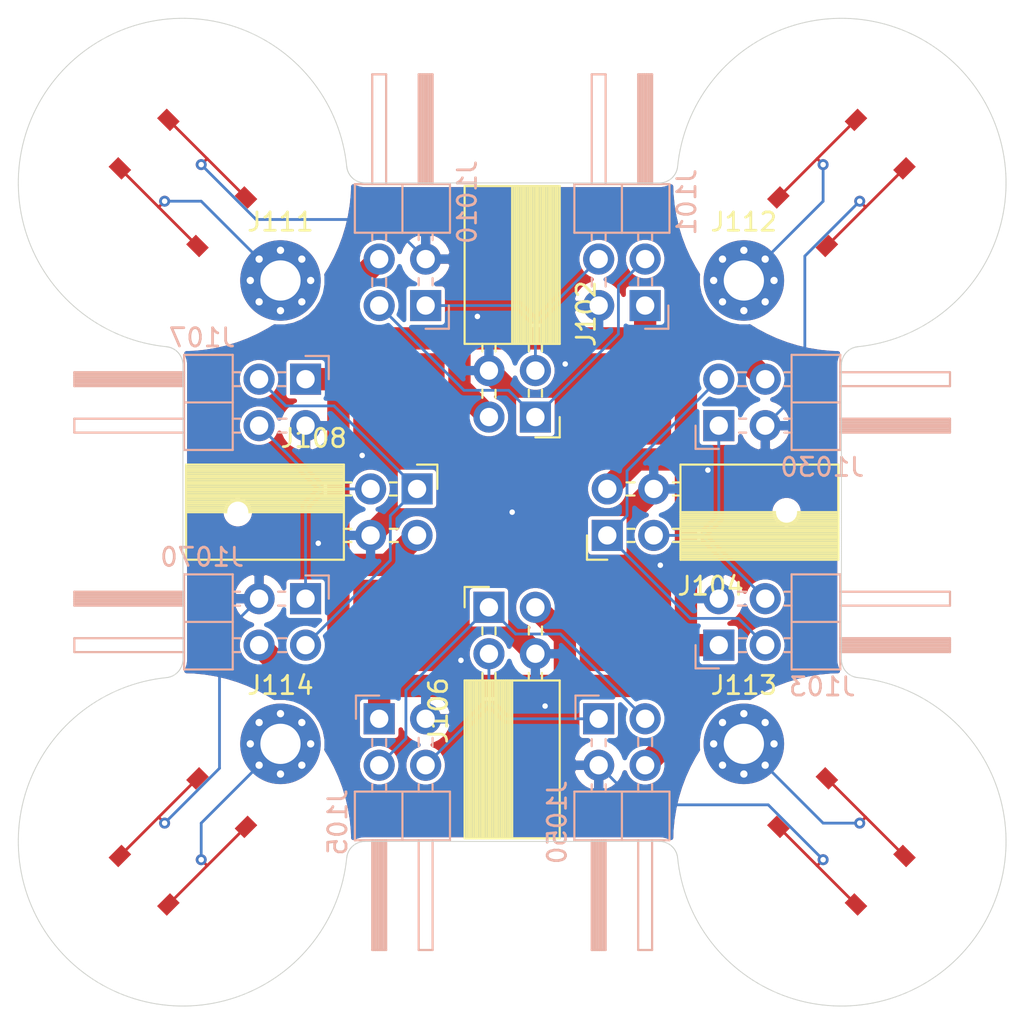
<source format=kicad_pcb>
(kicad_pcb (version 20171130) (host pcbnew "(5.1.8)-1")
  (title_block (title Node))
  (layers (0 F.Cu signal) (31 B.Cu signal) (34 B.Paste user hide) (35 F.Paste user hide) (36 B.SilkS user hide) (37 F.SilkS user hide) (38 B.Mask user hide) (39 F.Mask user hide) (44 Edge.Cuts user))
  (net 0 "")
  (net 1 GND)
  (net 2 "Net-(J101-Pad2)")
  (net 3 "Net-(J101-Pad4)")
  (net 4 "Net-(J103-Pad4)")
  (net 5 "Net-(J103-Pad2)")
  (net 6 "Net-(J105-Pad2)")
  (net 7 "Net-(J105-Pad4)")
  (net 8 "Net-(J107-Pad4)")
  (net 9 "Net-(J107-Pad2)")
  (net 10 "Net-(J111-Pad1)")
  (net 11 "Net-(J112-Pad1)")
  (net 12 "Net-(J113-Pad1)")
  (net 13 "Net-(J114-Pad1)")
  (net 14 +5V)
  (module node:top-leaf (layer F.Cu) (at 139 87 270)
    (fp_text reference SW2 (at 0 -11 90) (layer F.SilkS))
    (fp_text value ACTION)
    (pad 2 smd rect (at 3.447146 0.795495 45) (size 1 0.75) (layers F.Cu F.Paste F.Mask) (net 1 GND))
    (pad 1 smd rect (at 0.795495 3.447146 45) (size 1 0.75) (layers F.Cu F.Paste F.Mask) (net 11 "Net-(J112-Pad1)"))
    (pad 2 smd rect (at -0.795495 -3.447146 45) (size 1 0.75) (layers F.Cu F.Paste F.Mask) (net 1 GND))
    (pad 1 smd rect (at -3.447146 -0.795495 45) (size 1 0.75) (layers F.Cu F.Paste F.Mask) (net 11 "Net-(J112-Pad1)"))
  )
  (module node:top-leaf (layer F.Cu) (at 103 87)
    (fp_text reference SW1 hide)
    (fp_text value ACTION)
    (pad 2 smd rect (at 3.447146 0.795495 135) (size 1 0.75) (layers F.Cu F.Paste F.Mask) (net 1 GND))
    (pad 1 smd rect (at 0.795495 3.447146 135) (size 1 0.75) (layers F.Cu F.Paste F.Mask) (net 10 "Net-(J111-Pad1)"))
    (pad 2 smd rect (at -0.795495 -3.447146 135) (size 1 0.75) (layers F.Cu F.Paste F.Mask) (net 1 GND))
    (pad 1 smd rect (at -3.447146 -0.795495 135) (size 1 0.75) (layers F.Cu F.Paste F.Mask) (net 10 "Net-(J111-Pad1)"))
  )
  (module MountingHole:MountingHole_2.2mm_M2_Pad_Via (layer F.Cu) (at 108.334 92.334)
    (fp_text reference J111 (at 0 -3.2) (layer F.SilkS))
    (fp_text value STANDOFF)
    (pad 1 thru_hole circle (at 1.166726 -1.166726) (size 0.7 0.7) (drill 0.4) (layers *.Cu *.Mask) (net 10 "Net-(J111-Pad1)"))
    (pad 1 thru_hole circle (at 0 -1.65) (size 0.7 0.7) (drill 0.4) (layers *.Cu *.Mask) (net 10 "Net-(J111-Pad1)"))
    (pad 1 thru_hole circle (at -1.166726 -1.166726) (size 0.7 0.7) (drill 0.4) (layers *.Cu *.Mask) (net 10 "Net-(J111-Pad1)"))
    (pad 1 thru_hole circle (at -1.65 0) (size 0.7 0.7) (drill 0.4) (layers *.Cu *.Mask) (net 10 "Net-(J111-Pad1)"))
    (pad 1 thru_hole circle (at -1.166726 1.166726) (size 0.7 0.7) (drill 0.4) (layers *.Cu *.Mask) (net 10 "Net-(J111-Pad1)"))
    (pad 1 thru_hole circle (at 0 1.65) (size 0.7 0.7) (drill 0.4) (layers *.Cu *.Mask) (net 10 "Net-(J111-Pad1)"))
    (pad 1 thru_hole circle (at 1.166726 1.166726) (size 0.7 0.7) (drill 0.4) (layers *.Cu *.Mask) (net 10 "Net-(J111-Pad1)"))
    (pad 1 thru_hole circle (at 1.65 0) (size 0.7 0.7) (drill 0.4) (layers *.Cu *.Mask) (net 10 "Net-(J111-Pad1)"))
    (pad 1 thru_hole circle (at 0 0) (size 4.4 4.4) (drill 2.2) (layers *.Cu *.Mask) (net 10 "Net-(J111-Pad1)"))
  )
  (module MountingHole:MountingHole_2.2mm_M2_Pad_Via (layer F.Cu) (at 133.666 117.666)
    (fp_text reference J113 (at 0 -3.2) (layer F.SilkS))
    (fp_text value STANDOFF)
    (pad 1 thru_hole circle (at 1.166726 -1.166726) (size 0.7 0.7) (drill 0.4) (layers *.Cu *.Mask) (net 12 "Net-(J113-Pad1)"))
    (pad 1 thru_hole circle (at 0 -1.65) (size 0.7 0.7) (drill 0.4) (layers *.Cu *.Mask) (net 12 "Net-(J113-Pad1)"))
    (pad 1 thru_hole circle (at -1.166726 -1.166726) (size 0.7 0.7) (drill 0.4) (layers *.Cu *.Mask) (net 12 "Net-(J113-Pad1)"))
    (pad 1 thru_hole circle (at -1.65 0) (size 0.7 0.7) (drill 0.4) (layers *.Cu *.Mask) (net 12 "Net-(J113-Pad1)"))
    (pad 1 thru_hole circle (at -1.166726 1.166726) (size 0.7 0.7) (drill 0.4) (layers *.Cu *.Mask) (net 12 "Net-(J113-Pad1)"))
    (pad 1 thru_hole circle (at 0 1.65) (size 0.7 0.7) (drill 0.4) (layers *.Cu *.Mask) (net 12 "Net-(J113-Pad1)"))
    (pad 1 thru_hole circle (at 1.166726 1.166726) (size 0.7 0.7) (drill 0.4) (layers *.Cu *.Mask) (net 12 "Net-(J113-Pad1)"))
    (pad 1 thru_hole circle (at 1.65 0) (size 0.7 0.7) (drill 0.4) (layers *.Cu *.Mask) (net 12 "Net-(J113-Pad1)"))
    (pad 1 thru_hole circle (at 0 0) (size 4.4 4.4) (drill 2.2) (layers *.Cu *.Mask) (net 12 "Net-(J113-Pad1)"))
  )
  (module MountingHole:MountingHole_2.2mm_M2_Pad_Via (layer F.Cu) (at 108.334 117.666)
    (fp_text reference J114 (at 0 -3.2) (layer F.SilkS))
    (fp_text value STANDOFF)
    (pad 1 thru_hole circle (at 1.166726 -1.166726) (size 0.7 0.7) (drill 0.4) (layers *.Cu *.Mask) (net 13 "Net-(J114-Pad1)"))
    (pad 1 thru_hole circle (at 0 -1.65) (size 0.7 0.7) (drill 0.4) (layers *.Cu *.Mask) (net 13 "Net-(J114-Pad1)"))
    (pad 1 thru_hole circle (at -1.166726 -1.166726) (size 0.7 0.7) (drill 0.4) (layers *.Cu *.Mask) (net 13 "Net-(J114-Pad1)"))
    (pad 1 thru_hole circle (at -1.65 0) (size 0.7 0.7) (drill 0.4) (layers *.Cu *.Mask) (net 13 "Net-(J114-Pad1)"))
    (pad 1 thru_hole circle (at -1.166726 1.166726) (size 0.7 0.7) (drill 0.4) (layers *.Cu *.Mask) (net 13 "Net-(J114-Pad1)"))
    (pad 1 thru_hole circle (at 0 1.65) (size 0.7 0.7) (drill 0.4) (layers *.Cu *.Mask) (net 13 "Net-(J114-Pad1)"))
    (pad 1 thru_hole circle (at 1.166726 1.166726) (size 0.7 0.7) (drill 0.4) (layers *.Cu *.Mask) (net 13 "Net-(J114-Pad1)"))
    (pad 1 thru_hole circle (at 1.65 0) (size 0.7 0.7) (drill 0.4) (layers *.Cu *.Mask) (net 13 "Net-(J114-Pad1)"))
    (pad 1 thru_hole circle (at 0 0) (size 4.4 4.4) (drill 2.2) (layers *.Cu *.Mask) (net 13 "Net-(J114-Pad1)"))
  )
  (module Connector_PinHeader_2.54mm:PinHeader_2x02_P2.54mm_Horizontal (layer B.Cu) (at 128.27 93.704 90)
    (fp_text reference J101 (at 5.655 2.27 270) (layer B.SilkS) (effects (justify mirror)))
    (fp_text value MALE)
    (pad 4 thru_hole oval (at 2.54 -2.54 90) (size 1.7 1.7) (drill 1) (layers *.Cu *.Mask) (net 3 "Net-(J101-Pad4)"))
    (pad 3 thru_hole oval (at 0 -2.54 90) (size 1.7 1.7) (drill 1) (layers *.Cu *.Mask) (net 1 GND))
    (pad 2 thru_hole oval (at 2.54 0 90) (size 1.7 1.7) (drill 1) (layers *.Cu *.Mask) (net 2 "Net-(J101-Pad2)"))
    (pad 1 thru_hole rect (at 0 0 90) (size 1.7 1.7) (drill 1) (layers *.Cu *.Mask) (net 14 +5V))
  )
  (module Connector_PinSocket_2.54mm:PinSocket_2x02_P2.54mm_Horizontal (layer F.Cu) (at 122.27 99.8 270)
    (fp_text reference J102 (at -5.65 -2.77 90) (layer F.SilkS))
    (fp_text value FEMALE)
    (pad 4 thru_hole oval (at -2.54 2.54 270) (size 1.7 1.7) (drill 1) (layers *.Cu *.Mask) (net 1 GND))
    (pad 3 thru_hole oval (at 0 2.54 270) (size 1.7 1.7) (drill 1) (layers *.Cu *.Mask) (net 14 +5V))
    (pad 2 thru_hole oval (at -2.54 0 270) (size 1.7 1.7) (drill 1) (layers *.Cu *.Mask) (net 3 "Net-(J101-Pad4)"))
    (pad 1 thru_hole rect (at 0 0 270) (size 1.7 1.7) (drill 1) (layers *.Cu *.Mask) (net 2 "Net-(J101-Pad2)"))
  )
  (module Connector_PinHeader_2.54mm:PinHeader_2x02_P2.54mm_Horizontal (layer B.Cu) (at 132.296 112.27)
    (fp_text reference J103 (at 5.655 2.27) (layer B.SilkS) (effects (justify mirror)))
    (fp_text value MALE)
    (pad 4 thru_hole oval (at 2.54 -2.54) (size 1.7 1.7) (drill 1) (layers *.Cu *.Mask) (net 4 "Net-(J103-Pad4)"))
    (pad 3 thru_hole oval (at 0 -2.54) (size 1.7 1.7) (drill 1) (layers *.Cu *.Mask) (net 1 GND))
    (pad 2 thru_hole oval (at 2.54 0) (size 1.7 1.7) (drill 1) (layers *.Cu *.Mask) (net 5 "Net-(J103-Pad2)"))
    (pad 1 thru_hole rect (at 0 0) (size 1.7 1.7) (drill 1) (layers *.Cu *.Mask) (net 14 +5V))
  )
  (module Connector_PinSocket_2.54mm:PinSocket_2x02_P2.54mm_Horizontal (layer F.Cu) (at 126.2 106.27 180)
    (fp_text reference J104 (at -5.65 -2.77) (layer F.SilkS))
    (fp_text value FEMALE)
    (pad 4 thru_hole oval (at -2.54 2.54 180) (size 1.7 1.7) (drill 1) (layers *.Cu *.Mask) (net 1 GND))
    (pad 3 thru_hole oval (at 0 2.54 180) (size 1.7 1.7) (drill 1) (layers *.Cu *.Mask) (net 14 +5V))
    (pad 2 thru_hole oval (at -2.54 0 180) (size 1.7 1.7) (drill 1) (layers *.Cu *.Mask) (net 4 "Net-(J103-Pad4)"))
    (pad 1 thru_hole rect (at 0 0 180) (size 1.7 1.7) (drill 1) (layers *.Cu *.Mask) (net 5 "Net-(J103-Pad2)"))
  )
  (module Connector_PinHeader_2.54mm:PinHeader_2x02_P2.54mm_Horizontal (layer B.Cu) (at 113.73 116.296 270)
    (fp_text reference J105 (at 5.655 2.27 90) (layer B.SilkS) (effects (justify mirror)))
    (fp_text value MALE)
    (pad 4 thru_hole oval (at 2.54 -2.54 270) (size 1.7 1.7) (drill 1) (layers *.Cu *.Mask) (net 7 "Net-(J105-Pad4)"))
    (pad 3 thru_hole oval (at 0 -2.54 270) (size 1.7 1.7) (drill 1) (layers *.Cu *.Mask) (net 1 GND))
    (pad 2 thru_hole oval (at 2.54 0 270) (size 1.7 1.7) (drill 1) (layers *.Cu *.Mask) (net 6 "Net-(J105-Pad2)"))
    (pad 1 thru_hole rect (at 0 0 270) (size 1.7 1.7) (drill 1) (layers *.Cu *.Mask) (net 14 +5V))
  )
  (module Connector_PinSocket_2.54mm:PinSocket_2x02_P2.54mm_Horizontal (layer F.Cu) (at 119.73 110.2 90)
    (fp_text reference J106 (at -5.65 -2.77 90) (layer F.SilkS))
    (fp_text value FEMALE)
    (pad 4 thru_hole oval (at -2.54 2.54 90) (size 1.7 1.7) (drill 1) (layers *.Cu *.Mask) (net 1 GND))
    (pad 3 thru_hole oval (at 0 2.54 90) (size 1.7 1.7) (drill 1) (layers *.Cu *.Mask) (net 14 +5V))
    (pad 2 thru_hole oval (at -2.54 0 90) (size 1.7 1.7) (drill 1) (layers *.Cu *.Mask) (net 7 "Net-(J105-Pad4)"))
    (pad 1 thru_hole rect (at 0 0 90) (size 1.7 1.7) (drill 1) (layers *.Cu *.Mask) (net 6 "Net-(J105-Pad2)"))
  )
  (module Connector_PinHeader_2.54mm:PinHeader_2x02_P2.54mm_Horizontal (layer B.Cu) (at 109.704 97.73 180)
    (fp_text reference J107 (at 5.655 2.27) (layer B.SilkS) (effects (justify mirror)))
    (fp_text value MALE)
    (pad 1 thru_hole rect (at 0 0 180) (size 1.7 1.7) (drill 1) (layers *.Cu *.Mask) (net 14 +5V))
    (pad 2 thru_hole oval (at 2.54 0 180) (size 1.7 1.7) (drill 1) (layers *.Cu *.Mask) (net 9 "Net-(J107-Pad2)"))
    (pad 3 thru_hole oval (at 0 -2.54 180) (size 1.7 1.7) (drill 1) (layers *.Cu *.Mask) (net 1 GND))
    (pad 4 thru_hole oval (at 2.54 -2.54 180) (size 1.7 1.7) (drill 1) (layers *.Cu *.Mask) (net 8 "Net-(J107-Pad4)"))
  )
  (module Connector_PinSocket_2.54mm:PinSocket_2x02_P2.54mm_Horizontal (layer F.Cu) (at 115.8 103.73)
    (fp_text reference J108 (at -5.65 -2.77) (layer F.SilkS))
    (fp_text value FEMALE)
    (pad 4 thru_hole oval (at -2.54 2.54) (size 1.7 1.7) (drill 1) (layers *.Cu *.Mask) (net 1 GND))
    (pad 3 thru_hole oval (at 0 2.54) (size 1.7 1.7) (drill 1) (layers *.Cu *.Mask) (net 14 +5V))
    (pad 2 thru_hole oval (at -2.54 0) (size 1.7 1.7) (drill 1) (layers *.Cu *.Mask) (net 8 "Net-(J107-Pad4)"))
    (pad 1 thru_hole rect (at 0 0) (size 1.7 1.7) (drill 1) (layers *.Cu *.Mask) (net 9 "Net-(J107-Pad2)"))
  )
  (module MountingHole:MountingHole_2.2mm_M2_Pad_Via (layer F.Cu) (at 133.666 92.334)
    (fp_text reference J112 (at 0 -3.2) (layer F.SilkS))
    (fp_text value STANDOFF)
    (pad 1 thru_hole circle (at 1.166726 -1.166726) (size 0.7 0.7) (drill 0.4) (layers *.Cu *.Mask) (net 11 "Net-(J112-Pad1)"))
    (pad 1 thru_hole circle (at 0 -1.65) (size 0.7 0.7) (drill 0.4) (layers *.Cu *.Mask) (net 11 "Net-(J112-Pad1)"))
    (pad 1 thru_hole circle (at -1.166726 -1.166726) (size 0.7 0.7) (drill 0.4) (layers *.Cu *.Mask) (net 11 "Net-(J112-Pad1)"))
    (pad 1 thru_hole circle (at -1.65 0) (size 0.7 0.7) (drill 0.4) (layers *.Cu *.Mask) (net 11 "Net-(J112-Pad1)"))
    (pad 1 thru_hole circle (at -1.166726 1.166726) (size 0.7 0.7) (drill 0.4) (layers *.Cu *.Mask) (net 11 "Net-(J112-Pad1)"))
    (pad 1 thru_hole circle (at 0 1.65) (size 0.7 0.7) (drill 0.4) (layers *.Cu *.Mask) (net 11 "Net-(J112-Pad1)"))
    (pad 1 thru_hole circle (at 1.166726 1.166726) (size 0.7 0.7) (drill 0.4) (layers *.Cu *.Mask) (net 11 "Net-(J112-Pad1)"))
    (pad 1 thru_hole circle (at 1.65 0) (size 0.7 0.7) (drill 0.4) (layers *.Cu *.Mask) (net 11 "Net-(J112-Pad1)"))
    (pad 1 thru_hole circle (at 0 0) (size 4.4 4.4) (drill 2.2) (layers *.Cu *.Mask) (net 11 "Net-(J112-Pad1)"))
  )
  (module node:top-leaf (layer F.Cu) (at 139 123 180)
    (fp_text reference SW3 (at 0 -11) (layer F.SilkS))
    (fp_text value ACTION)
    (pad 2 smd rect (at 3.447146 0.795495 315) (size 1 0.75) (layers F.Cu F.Paste F.Mask) (net 1 GND))
    (pad 1 smd rect (at 0.795495 3.447146 315) (size 1 0.75) (layers F.Cu F.Paste F.Mask) (net 12 "Net-(J113-Pad1)"))
    (pad 2 smd rect (at -0.795495 -3.447146 315) (size 1 0.75) (layers F.Cu F.Paste F.Mask) (net 1 GND))
    (pad 1 smd rect (at -3.447146 -0.795495 315) (size 1 0.75) (layers F.Cu F.Paste F.Mask) (net 12 "Net-(J113-Pad1)"))
  )
  (module node:top-leaf (layer F.Cu) (at 103 123 90)
    (fp_text reference SW4 (at 0 -11 90) (layer F.SilkS))
    (fp_text value ACTION)
    (pad 2 smd rect (at 3.447146 0.795495 225) (size 1 0.75) (layers F.Cu F.Paste F.Mask) (net 1 GND))
    (pad 1 smd rect (at 0.795495 3.447146 225) (size 1 0.75) (layers F.Cu F.Paste F.Mask) (net 13 "Net-(J114-Pad1)"))
    (pad 2 smd rect (at -0.795495 -3.447146 225) (size 1 0.75) (layers F.Cu F.Paste F.Mask) (net 1 GND))
    (pad 1 smd rect (at -3.447146 -0.795495 225) (size 1 0.75) (layers F.Cu F.Paste F.Mask) (net 13 "Net-(J114-Pad1)"))
  )
  (module Connector_PinHeader_2.54mm:PinHeader_2x02_P2.54mm_Horizontal (layer B.Cu) (at 116.27 93.704 90)
    (fp_text reference J1010 (at 5.655 2.27 90) (layer B.SilkS) (effects (justify mirror)))
    (fp_text value MALE)
    (pad 4 thru_hole oval (at 2.54 -2.54 90) (size 1.7 1.7) (drill 1) (layers *.Cu *.Mask) (net 14 +5V))
    (pad 3 thru_hole oval (at 0 -2.54 90) (size 1.7 1.7) (drill 1) (layers *.Cu *.Mask) (net 2 "Net-(J101-Pad2)"))
    (pad 2 thru_hole oval (at 2.54 0 90) (size 1.7 1.7) (drill 1) (layers *.Cu *.Mask) (net 1 GND))
    (pad 1 thru_hole rect (at 0 0 90) (size 1.7 1.7) (drill 1) (layers *.Cu *.Mask) (net 3 "Net-(J101-Pad4)"))
  )
  (module Connector_PinHeader_2.54mm:PinHeader_2x02_P2.54mm_Horizontal (layer B.Cu) (at 132.296 100.27)
    (fp_text reference J1030 (at 5.655 2.27) (layer B.SilkS) (effects (justify mirror)))
    (fp_text value MALE)
    (pad 1 thru_hole rect (at 0 0) (size 1.7 1.7) (drill 1) (layers *.Cu *.Mask) (net 4 "Net-(J103-Pad4)"))
    (pad 2 thru_hole oval (at 2.54 0) (size 1.7 1.7) (drill 1) (layers *.Cu *.Mask) (net 1 GND))
    (pad 3 thru_hole oval (at 0 -2.54) (size 1.7 1.7) (drill 1) (layers *.Cu *.Mask) (net 5 "Net-(J103-Pad2)"))
    (pad 4 thru_hole oval (at 2.54 -2.54) (size 1.7 1.7) (drill 1) (layers *.Cu *.Mask) (net 14 +5V))
  )
  (module Connector_PinHeader_2.54mm:PinHeader_2x02_P2.54mm_Horizontal (layer B.Cu) (at 125.73 116.296 270)
    (fp_text reference J1050 (at 5.655 2.27 90) (layer B.SilkS) (effects (justify mirror)))
    (fp_text value MALE)
    (pad 4 thru_hole oval (at 2.54 -2.54 270) (size 1.7 1.7) (drill 1) (layers *.Cu *.Mask) (net 14 +5V))
    (pad 3 thru_hole oval (at 0 -2.54 270) (size 1.7 1.7) (drill 1) (layers *.Cu *.Mask) (net 6 "Net-(J105-Pad2)"))
    (pad 2 thru_hole oval (at 2.54 0 270) (size 1.7 1.7) (drill 1) (layers *.Cu *.Mask) (net 1 GND))
    (pad 1 thru_hole rect (at 0 0 270) (size 1.7 1.7) (drill 1) (layers *.Cu *.Mask) (net 7 "Net-(J105-Pad4)"))
  )
  (module Connector_PinHeader_2.54mm:PinHeader_2x02_P2.54mm_Horizontal (layer B.Cu) (at 109.704 109.73 180)
    (fp_text reference J1070 (at 5.655 2.27) (layer B.SilkS) (effects (justify mirror)))
    (fp_text value MALE)
    (pad 1 thru_hole rect (at 0 0 180) (size 1.7 1.7) (drill 1) (layers *.Cu *.Mask) (net 8 "Net-(J107-Pad4)"))
    (pad 2 thru_hole oval (at 2.54 0 180) (size 1.7 1.7) (drill 1) (layers *.Cu *.Mask) (net 1 GND))
    (pad 3 thru_hole oval (at 0 -2.54 180) (size 1.7 1.7) (drill 1) (layers *.Cu *.Mask) (net 9 "Net-(J107-Pad2)"))
    (pad 4 thru_hole oval (at 2.54 -2.54 180) (size 1.7 1.7) (drill 1) (layers *.Cu *.Mask) (net 14 +5V))
  )
  (module node:JLCPCB-tooling-hole (layer F.Cu) (at 136 105)
    (fp_text reference H1 hide)
    (fp_text value MountingHole hide)
    (pad "" np_thru_hole circle (at 0 0) (size 1.152 1.152) (drill 1.152) (layers *.Cu *.Mask) (clearance 0.124))
  )
  (module node:JLCPCB-tooling-hole (layer F.Cu) (at 106 105)
    (fp_text reference H2 hide)
    (fp_text value MountingHole hide)
    (pad "" np_thru_hole circle (at 0 0) (size 1.152 1.152) (drill 1.152) (layers *.Cu *.Mask) (clearance 0.124))
  )
  (gr_line (start 139 96.949874) (end 139 113.050125) (layer Edge.Cuts) (width 0.05))
  (gr_line (start 139.000584 96.91568) (end 139 96.949874) (layer Edge.Cuts) (width 0.05))
  (gr_line (start 139.002338 96.881526) (end 139.000584 96.91568) (layer Edge.Cuts) (width 0.05))
  (gr_line (start 139.005258 96.847452) (end 139.002338 96.881526) (layer Edge.Cuts) (width 0.05))
  (gr_line (start 139.009342 96.813497) (end 139.005258 96.847452) (layer Edge.Cuts) (width 0.05))
  (gr_line (start 139.014585 96.779703) (end 139.009342 96.813497) (layer Edge.Cuts) (width 0.05))
  (gr_line (start 139.02098 96.746107) (end 139.014585 96.779703) (layer Edge.Cuts) (width 0.05))
  (gr_line (start 139.02852 96.71275) (end 139.02098 96.746107) (layer Edge.Cuts) (width 0.05))
  (gr_line (start 139.037197 96.679669) (end 139.02852 96.71275) (layer Edge.Cuts) (width 0.05))
  (gr_line (start 139.046999 96.646905) (end 139.037197 96.679669) (layer Edge.Cuts) (width 0.05))
  (gr_line (start 139.057916 96.614496) (end 139.046999 96.646905) (layer Edge.Cuts) (width 0.05))
  (gr_line (start 139.069935 96.582478) (end 139.057916 96.614496) (layer Edge.Cuts) (width 0.05))
  (gr_line (start 139.083041 96.55089) (end 139.069935 96.582478) (layer Edge.Cuts) (width 0.05))
  (gr_line (start 139.09722 96.519769) (end 139.083041 96.55089) (layer Edge.Cuts) (width 0.05))
  (gr_line (start 139.112455 96.489151) (end 139.09722 96.519769) (layer Edge.Cuts) (width 0.05))
  (gr_line (start 139.128728 96.459072) (end 139.112455 96.489151) (layer Edge.Cuts) (width 0.05))
  (gr_line (start 139.14602 96.429567) (end 139.128728 96.459072) (layer Edge.Cuts) (width 0.05))
  (gr_line (start 139.164311 96.40067) (end 139.14602 96.429567) (layer Edge.Cuts) (width 0.05))
  (gr_line (start 139.183579 96.372416) (end 139.164311 96.40067) (layer Edge.Cuts) (width 0.05))
  (gr_line (start 139.203802 96.344837) (end 139.183579 96.372416) (layer Edge.Cuts) (width 0.05))
  (gr_line (start 139.224957 96.317965) (end 139.203802 96.344837) (layer Edge.Cuts) (width 0.05))
  (gr_line (start 139.247017 96.291833) (end 139.224957 96.317965) (layer Edge.Cuts) (width 0.05))
  (gr_line (start 139.269959 96.26647) (end 139.247017 96.291833) (layer Edge.Cuts) (width 0.05))
  (gr_line (start 139.293754 96.241907) (end 139.269959 96.26647) (layer Edge.Cuts) (width 0.05))
  (gr_line (start 139.318375 96.218172) (end 139.293754 96.241907) (layer Edge.Cuts) (width 0.05))
  (gr_line (start 139.343794 96.195292) (end 139.318375 96.218172) (layer Edge.Cuts) (width 0.05))
  (gr_line (start 139.36998 96.173295) (end 139.343794 96.195292) (layer Edge.Cuts) (width 0.05))
  (gr_line (start 139.396902 96.152206) (end 139.36998 96.173295) (layer Edge.Cuts) (width 0.05))
  (gr_line (start 139.424531 96.13205) (end 139.396902 96.152206) (layer Edge.Cuts) (width 0.05))
  (gr_line (start 139.452832 96.112851) (end 139.424531 96.13205) (layer Edge.Cuts) (width 0.05))
  (gr_line (start 139.481773 96.094631) (end 139.452832 96.112851) (layer Edge.Cuts) (width 0.05))
  (gr_line (start 139.51132 96.07741) (end 139.481773 96.094631) (layer Edge.Cuts) (width 0.05))
  (gr_line (start 139.541439 96.061211) (end 139.51132 96.07741) (layer Edge.Cuts) (width 0.05))
  (gr_line (start 139.572094 96.04605) (end 139.541439 96.061211) (layer Edge.Cuts) (width 0.05))
  (gr_line (start 139.60325 96.031947) (end 139.572094 96.04605) (layer Edge.Cuts) (width 0.05))
  (gr_line (start 139.634869 96.018917) (end 139.60325 96.031947) (layer Edge.Cuts) (width 0.05))
  (gr_line (start 139.666916 96.006977) (end 139.634869 96.018917) (layer Edge.Cuts) (width 0.05))
  (gr_line (start 139.699352 95.996139) (end 139.666916 96.006977) (layer Edge.Cuts) (width 0.05))
  (gr_line (start 139.73214 95.986416) (end 139.699352 95.996139) (layer Edge.Cuts) (width 0.05))
  (gr_line (start 139.765241 95.97782) (end 139.73214 95.986416) (layer Edge.Cuts) (width 0.05))
  (gr_line (start 139.798617 95.970361) (end 139.765241 95.97782) (layer Edge.Cuts) (width 0.05))
  (gr_line (start 139.832228 95.964048) (end 139.798617 95.970361) (layer Edge.Cuts) (width 0.05))
  (gr_line (start 139.866035 95.958888) (end 139.832228 95.964048) (layer Edge.Cuts) (width 0.05))
  (gr_line (start 139.9 95.954886) (end 139.866035 95.958888) (layer Edge.Cuts) (width 0.05))
  (gr_line (start 140.210202 95.918262) (end 139.9 95.954886) (layer Edge.Cuts) (width 0.05))
  (gr_line (start 140.518947 95.870896) (end 140.210202 95.918262) (layer Edge.Cuts) (width 0.05))
  (gr_line (start 140.825863 95.812844) (end 140.518947 95.870896) (layer Edge.Cuts) (width 0.05))
  (gr_line (start 141.130579 95.744177) (end 140.825863 95.812844) (layer Edge.Cuts) (width 0.05))
  (gr_line (start 141.432729 95.664977) (end 141.130579 95.744177) (layer Edge.Cuts) (width 0.05))
  (gr_line (start 141.731948 95.57534) (end 141.432729 95.664977) (layer Edge.Cuts) (width 0.05))
  (gr_line (start 142.027877 95.475373) (end 141.731948 95.57534) (layer Edge.Cuts) (width 0.05))
  (gr_line (start 142.320158 95.365198) (end 142.027877 95.475373) (layer Edge.Cuts) (width 0.05))
  (gr_line (start 142.608441 95.244947) (end 142.320158 95.365198) (layer Edge.Cuts) (width 0.05))
  (gr_line (start 142.892376 95.114764) (end 142.608441 95.244947) (layer Edge.Cuts) (width 0.05))
  (gr_line (start 143.171624 94.974807) (end 142.892376 95.114764) (layer Edge.Cuts) (width 0.05))
  (gr_line (start 143.445846 94.825244) (end 143.171624 94.974807) (layer Edge.Cuts) (width 0.05))
  (gr_line (start 143.714714 94.666255) (end 143.445846 94.825244) (layer Edge.Cuts) (width 0.05))
  (gr_line (start 143.977902 94.498032) (end 143.714714 94.666255) (layer Edge.Cuts) (width 0.05))
  (gr_line (start 144.235094 94.320777) (end 143.977902 94.498032) (layer Edge.Cuts) (width 0.05))
  (gr_line (start 144.48598 94.134704) (end 144.235094 94.320777) (layer Edge.Cuts) (width 0.05))
  (gr_line (start 144.730259 93.940038) (end 144.48598 94.134704) (layer Edge.Cuts) (width 0.05))
  (gr_line (start 144.967635 93.737011) (end 144.730259 93.940038) (layer Edge.Cuts) (width 0.05))
  (gr_line (start 145.197823 93.52587) (end 144.967635 93.737011) (layer Edge.Cuts) (width 0.05))
  (gr_line (start 145.420545 93.306868) (end 145.197823 93.52587) (layer Edge.Cuts) (width 0.05))
  (gr_line (start 145.635534 93.080269) (end 145.420545 93.306868) (layer Edge.Cuts) (width 0.05))
  (gr_line (start 145.84253 92.846347) (end 145.635534 93.080269) (layer Edge.Cuts) (width 0.05))
  (gr_line (start 146.041284 92.605382) (end 145.84253 92.846347) (layer Edge.Cuts) (width 0.05))
  (gr_line (start 146.231556 92.357666) (end 146.041284 92.605382) (layer Edge.Cuts) (width 0.05))
  (gr_line (start 146.413118 92.103496) (end 146.231556 92.357666) (layer Edge.Cuts) (width 0.05))
  (gr_line (start 146.58575 91.843178) (end 146.413118 92.103496) (layer Edge.Cuts) (width 0.05))
  (gr_line (start 146.749246 91.577027) (end 146.58575 91.843178) (layer Edge.Cuts) (width 0.05))
  (gr_line (start 146.903407 91.305363) (end 146.749246 91.577027) (layer Edge.Cuts) (width 0.05))
  (gr_line (start 147.048048 91.028513) (end 146.903407 91.305363) (layer Edge.Cuts) (width 0.05))
  (gr_line (start 147.182995 90.74681) (end 147.048048 91.028513) (layer Edge.Cuts) (width 0.05))
  (gr_line (start 147.308085 90.460594) (end 147.182995 90.74681) (layer Edge.Cuts) (width 0.05))
  (gr_line (start 147.423168 90.17021) (end 147.308085 90.460594) (layer Edge.Cuts) (width 0.05))
  (gr_line (start 147.528105 89.876007) (end 147.423168 90.17021) (layer Edge.Cuts) (width 0.05))
  (gr_line (start 147.622769 89.57834) (end 147.528105 89.876007) (layer Edge.Cuts) (width 0.05))
  (gr_line (start 147.707047 89.277567) (end 147.622769 89.57834) (layer Edge.Cuts) (width 0.05))
  (gr_line (start 147.780838 88.974051) (end 147.707047 89.277567) (layer Edge.Cuts) (width 0.05))
  (gr_line (start 147.844051 88.668157) (end 147.780838 88.974051) (layer Edge.Cuts) (width 0.05))
  (gr_line (start 147.896612 88.360254) (end 147.844051 88.668157) (layer Edge.Cuts) (width 0.05))
  (gr_line (start 147.938456 88.050712) (end 147.896612 88.360254) (layer Edge.Cuts) (width 0.05))
  (gr_line (start 147.969534 87.739904) (end 147.938456 88.050712) (layer Edge.Cuts) (width 0.05))
  (gr_line (start 147.989807 87.428206) (end 147.969534 87.739904) (layer Edge.Cuts) (width 0.05))
  (gr_line (start 147.999252 87.115991) (end 147.989807 87.428206) (layer Edge.Cuts) (width 0.05))
  (gr_line (start 147.997857 86.803637) (end 147.999252 87.115991) (layer Edge.Cuts) (width 0.05))
  (gr_line (start 147.985624 86.491519) (end 147.997857 86.803637) (layer Edge.Cuts) (width 0.05))
  (gr_line (start 147.962567 86.180014) (end 147.985624 86.491519) (layer Edge.Cuts) (width 0.05))
  (gr_line (start 147.928715 85.869497) (end 147.962567 86.180014) (layer Edge.Cuts) (width 0.05))
  (gr_line (start 147.884108 85.560341) (end 147.928715 85.869497) (layer Edge.Cuts) (width 0.05))
  (gr_line (start 147.8288 85.252919) (end 147.884108 85.560341) (layer Edge.Cuts) (width 0.05))
  (gr_line (start 147.762857 84.947602) (end 147.8288 85.252919) (layer Edge.Cuts) (width 0.05))
  (gr_line (start 147.686359 84.644757) (end 147.762857 84.947602) (layer Edge.Cuts) (width 0.05))
  (gr_line (start 147.599397 84.344749) (end 147.686359 84.644757) (layer Edge.Cuts) (width 0.05))
  (gr_line (start 147.502078 84.047939) (end 147.599397 84.344749) (layer Edge.Cuts) (width 0.05))
  (gr_line (start 147.394518 83.754685) (end 147.502078 84.047939) (layer Edge.Cuts) (width 0.05))
  (gr_line (start 147.276846 83.465341) (end 147.394518 83.754685) (layer Edge.Cuts) (width 0.05))
  (gr_line (start 147.149204 83.180253) (end 147.276846 83.465341) (layer Edge.Cuts) (width 0.05))
  (gr_line (start 147.011747 82.899767) (end 147.149204 83.180253) (layer Edge.Cuts) (width 0.05))
  (gr_line (start 146.864639 82.62422) (end 147.011747 82.899767) (layer Edge.Cuts) (width 0.05))
  (gr_line (start 146.708058 82.353943) (end 146.864639 82.62422) (layer Edge.Cuts) (width 0.05))
  (gr_line (start 146.542192 82.089263) (end 146.708058 82.353943) (layer Edge.Cuts) (width 0.05))
  (gr_line (start 146.367241 81.830498) (end 146.542192 82.089263) (layer Edge.Cuts) (width 0.05))
  (gr_line (start 146.183417 81.57796) (end 146.367241 81.830498) (layer Edge.Cuts) (width 0.05))
  (gr_line (start 145.990939 81.331952) (end 146.183417 81.57796) (layer Edge.Cuts) (width 0.05))
  (gr_line (start 145.790041 81.092772) (end 145.990939 81.331952) (layer Edge.Cuts) (width 0.05))
  (gr_line (start 145.580964 80.860708) (end 145.790041 81.092772) (layer Edge.Cuts) (width 0.05))
  (gr_line (start 145.363961 80.636038) (end 145.580964 80.860708) (layer Edge.Cuts) (width 0.05))
  (gr_line (start 145.139291 80.419035) (end 145.363961 80.636038) (layer Edge.Cuts) (width 0.05))
  (gr_line (start 144.907227 80.209958) (end 145.139291 80.419035) (layer Edge.Cuts) (width 0.05))
  (gr_line (start 144.668047 80.00906) (end 144.907227 80.209958) (layer Edge.Cuts) (width 0.05))
  (gr_line (start 144.422039 79.816582) (end 144.668047 80.00906) (layer Edge.Cuts) (width 0.05))
  (gr_line (start 144.169501 79.632758) (end 144.422039 79.816582) (layer Edge.Cuts) (width 0.05))
  (gr_line (start 143.910736 79.457807) (end 144.169501 79.632758) (layer Edge.Cuts) (width 0.05))
  (gr_line (start 143.646056 79.291941) (end 143.910736 79.457807) (layer Edge.Cuts) (width 0.05))
  (gr_line (start 143.375779 79.13536) (end 143.646056 79.291941) (layer Edge.Cuts) (width 0.05))
  (gr_line (start 143.100232 78.988252) (end 143.375779 79.13536) (layer Edge.Cuts) (width 0.05))
  (gr_line (start 142.819746 78.850795) (end 143.100232 78.988252) (layer Edge.Cuts) (width 0.05))
  (gr_line (start 142.534658 78.723153) (end 142.819746 78.850795) (layer Edge.Cuts) (width 0.05))
  (gr_line (start 142.245314 78.605481) (end 142.534658 78.723153) (layer Edge.Cuts) (width 0.05))
  (gr_line (start 141.95206 78.497921) (end 142.245314 78.605481) (layer Edge.Cuts) (width 0.05))
  (gr_line (start 141.65525 78.400602) (end 141.95206 78.497921) (layer Edge.Cuts) (width 0.05))
  (gr_line (start 141.355242 78.31364) (end 141.65525 78.400602) (layer Edge.Cuts) (width 0.05))
  (gr_line (start 141.052397 78.237142) (end 141.355242 78.31364) (layer Edge.Cuts) (width 0.05))
  (gr_line (start 140.74708 78.171199) (end 141.052397 78.237142) (layer Edge.Cuts) (width 0.05))
  (gr_line (start 140.439658 78.115891) (end 140.74708 78.171199) (layer Edge.Cuts) (width 0.05))
  (gr_line (start 140.130502 78.071284) (end 140.439658 78.115891) (layer Edge.Cuts) (width 0.05))
  (gr_line (start 139.819985 78.037432) (end 140.130502 78.071284) (layer Edge.Cuts) (width 0.05))
  (gr_line (start 139.50848 78.014375) (end 139.819985 78.037432) (layer Edge.Cuts) (width 0.05))
  (gr_line (start 139.196362 78.002142) (end 139.50848 78.014375) (layer Edge.Cuts) (width 0.05))
  (gr_line (start 138.884008 78.000747) (end 139.196362 78.002142) (layer Edge.Cuts) (width 0.05))
  (gr_line (start 138.571793 78.010192) (end 138.884008 78.000747) (layer Edge.Cuts) (width 0.05))
  (gr_line (start 138.260095 78.030465) (end 138.571793 78.010192) (layer Edge.Cuts) (width 0.05))
  (gr_line (start 137.949287 78.061543) (end 138.260095 78.030465) (layer Edge.Cuts) (width 0.05))
  (gr_line (start 137.639745 78.103387) (end 137.949287 78.061543) (layer Edge.Cuts) (width 0.05))
  (gr_line (start 137.331842 78.155948) (end 137.639745 78.103387) (layer Edge.Cuts) (width 0.05))
  (gr_line (start 137.025948 78.219161) (end 137.331842 78.155948) (layer Edge.Cuts) (width 0.05))
  (gr_line (start 136.722432 78.292952) (end 137.025948 78.219161) (layer Edge.Cuts) (width 0.05))
  (gr_line (start 136.421659 78.37723) (end 136.722432 78.292952) (layer Edge.Cuts) (width 0.05))
  (gr_line (start 136.123992 78.471894) (end 136.421659 78.37723) (layer Edge.Cuts) (width 0.05))
  (gr_line (start 135.829789 78.576831) (end 136.123992 78.471894) (layer Edge.Cuts) (width 0.05))
  (gr_line (start 135.539405 78.691914) (end 135.829789 78.576831) (layer Edge.Cuts) (width 0.05))
  (gr_line (start 135.253189 78.817004) (end 135.539405 78.691914) (layer Edge.Cuts) (width 0.05))
  (gr_line (start 134.971486 78.951951) (end 135.253189 78.817004) (layer Edge.Cuts) (width 0.05))
  (gr_line (start 134.694636 79.096592) (end 134.971486 78.951951) (layer Edge.Cuts) (width 0.05))
  (gr_line (start 134.422972 79.250753) (end 134.694636 79.096592) (layer Edge.Cuts) (width 0.05))
  (gr_line (start 134.156821 79.414249) (end 134.422972 79.250753) (layer Edge.Cuts) (width 0.05))
  (gr_line (start 133.896503 79.586881) (end 134.156821 79.414249) (layer Edge.Cuts) (width 0.05))
  (gr_line (start 133.642333 79.768443) (end 133.896503 79.586881) (layer Edge.Cuts) (width 0.05))
  (gr_line (start 133.394617 79.958715) (end 133.642333 79.768443) (layer Edge.Cuts) (width 0.05))
  (gr_line (start 133.153652 80.157469) (end 133.394617 79.958715) (layer Edge.Cuts) (width 0.05))
  (gr_line (start 132.91973 80.364465) (end 133.153652 80.157469) (layer Edge.Cuts) (width 0.05))
  (gr_line (start 132.693131 80.579454) (end 132.91973 80.364465) (layer Edge.Cuts) (width 0.05))
  (gr_line (start 132.474129 80.802176) (end 132.693131 80.579454) (layer Edge.Cuts) (width 0.05))
  (gr_line (start 132.262988 81.032364) (end 132.474129 80.802176) (layer Edge.Cuts) (width 0.05))
  (gr_line (start 132.059961 81.26974) (end 132.262988 81.032364) (layer Edge.Cuts) (width 0.05))
  (gr_line (start 131.865295 81.514019) (end 132.059961 81.26974) (layer Edge.Cuts) (width 0.05))
  (gr_line (start 131.679222 81.764905) (end 131.865295 81.514019) (layer Edge.Cuts) (width 0.05))
  (gr_line (start 131.501967 82.022097) (end 131.679222 81.764905) (layer Edge.Cuts) (width 0.05))
  (gr_line (start 131.333744 82.285285) (end 131.501967 82.022097) (layer Edge.Cuts) (width 0.05))
  (gr_line (start 131.174755 82.554153) (end 131.333744 82.285285) (layer Edge.Cuts) (width 0.05))
  (gr_line (start 131.025192 82.828375) (end 131.174755 82.554153) (layer Edge.Cuts) (width 0.05))
  (gr_line (start 130.885235 83.107623) (end 131.025192 82.828375) (layer Edge.Cuts) (width 0.05))
  (gr_line (start 130.755052 83.391558) (end 130.885235 83.107623) (layer Edge.Cuts) (width 0.05))
  (gr_line (start 130.634801 83.679841) (end 130.755052 83.391558) (layer Edge.Cuts) (width 0.05))
  (gr_line (start 130.524626 83.972122) (end 130.634801 83.679841) (layer Edge.Cuts) (width 0.05))
  (gr_line (start 130.424659 84.268051) (end 130.524626 83.972122) (layer Edge.Cuts) (width 0.05))
  (gr_line (start 130.335022 84.56727) (end 130.424659 84.268051) (layer Edge.Cuts) (width 0.05))
  (gr_line (start 130.255822 84.86942) (end 130.335022 84.56727) (layer Edge.Cuts) (width 0.05))
  (gr_line (start 130.187155 85.174136) (end 130.255822 84.86942) (layer Edge.Cuts) (width 0.05))
  (gr_line (start 130.129103 85.481052) (end 130.187155 85.174136) (layer Edge.Cuts) (width 0.05))
  (gr_line (start 130.081737 85.789797) (end 130.129103 85.481052) (layer Edge.Cuts) (width 0.05))
  (gr_line (start 130.045113 86.1) (end 130.081737 85.789797) (layer Edge.Cuts) (width 0.05))
  (gr_line (start 130.041111 86.133964) (end 130.045113 86.1) (layer Edge.Cuts) (width 0.05))
  (gr_line (start 130.035951 86.167771) (end 130.041111 86.133964) (layer Edge.Cuts) (width 0.05))
  (gr_line (start 130.029638 86.201382) (end 130.035951 86.167771) (layer Edge.Cuts) (width 0.05))
  (gr_line (start 130.022179 86.234758) (end 130.029638 86.201382) (layer Edge.Cuts) (width 0.05))
  (gr_line (start 130.013583 86.267859) (end 130.022179 86.234758) (layer Edge.Cuts) (width 0.05))
  (gr_line (start 130.00386 86.300647) (end 130.013583 86.267859) (layer Edge.Cuts) (width 0.05))
  (gr_line (start 129.993022 86.333083) (end 130.00386 86.300647) (layer Edge.Cuts) (width 0.05))
  (gr_line (start 129.981082 86.36513) (end 129.993022 86.333083) (layer Edge.Cuts) (width 0.05))
  (gr_line (start 129.968052 86.396749) (end 129.981082 86.36513) (layer Edge.Cuts) (width 0.05))
  (gr_line (start 129.953949 86.427905) (end 129.968052 86.396749) (layer Edge.Cuts) (width 0.05))
  (gr_line (start 129.938788 86.45856) (end 129.953949 86.427905) (layer Edge.Cuts) (width 0.05))
  (gr_line (start 129.922589 86.488679) (end 129.938788 86.45856) (layer Edge.Cuts) (width 0.05))
  (gr_line (start 129.905368 86.518226) (end 129.922589 86.488679) (layer Edge.Cuts) (width 0.05))
  (gr_line (start 129.887148 86.547167) (end 129.905368 86.518226) (layer Edge.Cuts) (width 0.05))
  (gr_line (start 129.867949 86.575468) (end 129.887148 86.547167) (layer Edge.Cuts) (width 0.05))
  (gr_line (start 129.847793 86.603097) (end 129.867949 86.575468) (layer Edge.Cuts) (width 0.05))
  (gr_line (start 129.826704 86.630019) (end 129.847793 86.603097) (layer Edge.Cuts) (width 0.05))
  (gr_line (start 129.804707 86.656205) (end 129.826704 86.630019) (layer Edge.Cuts) (width 0.05))
  (gr_line (start 129.781827 86.681624) (end 129.804707 86.656205) (layer Edge.Cuts) (width 0.05))
  (gr_line (start 129.758092 86.706245) (end 129.781827 86.681624) (layer Edge.Cuts) (width 0.05))
  (gr_line (start 129.733529 86.73004) (end 129.758092 86.706245) (layer Edge.Cuts) (width 0.05))
  (gr_line (start 129.708166 86.752982) (end 129.733529 86.73004) (layer Edge.Cuts) (width 0.05))
  (gr_line (start 129.682034 86.775042) (end 129.708166 86.752982) (layer Edge.Cuts) (width 0.05))
  (gr_line (start 129.655162 86.796197) (end 129.682034 86.775042) (layer Edge.Cuts) (width 0.05))
  (gr_line (start 129.627583 86.81642) (end 129.655162 86.796197) (layer Edge.Cuts) (width 0.05))
  (gr_line (start 129.599329 86.835688) (end 129.627583 86.81642) (layer Edge.Cuts) (width 0.05))
  (gr_line (start 129.570432 86.853979) (end 129.599329 86.835688) (layer Edge.Cuts) (width 0.05))
  (gr_line (start 129.540927 86.871271) (end 129.570432 86.853979) (layer Edge.Cuts) (width 0.05))
  (gr_line (start 129.510848 86.887544) (end 129.540927 86.871271) (layer Edge.Cuts) (width 0.05))
  (gr_line (start 129.48023 86.902779) (end 129.510848 86.887544) (layer Edge.Cuts) (width 0.05))
  (gr_line (start 129.449109 86.916958) (end 129.48023 86.902779) (layer Edge.Cuts) (width 0.05))
  (gr_line (start 129.417521 86.930064) (end 129.449109 86.916958) (layer Edge.Cuts) (width 0.05))
  (gr_line (start 129.385503 86.942083) (end 129.417521 86.930064) (layer Edge.Cuts) (width 0.05))
  (gr_line (start 129.353094 86.953) (end 129.385503 86.942083) (layer Edge.Cuts) (width 0.05))
  (gr_line (start 129.32033 86.962802) (end 129.353094 86.953) (layer Edge.Cuts) (width 0.05))
  (gr_line (start 129.287249 86.971479) (end 129.32033 86.962802) (layer Edge.Cuts) (width 0.05))
  (gr_line (start 129.253892 86.979019) (end 129.287249 86.971479) (layer Edge.Cuts) (width 0.05))
  (gr_line (start 129.220296 86.985414) (end 129.253892 86.979019) (layer Edge.Cuts) (width 0.05))
  (gr_line (start 129.186502 86.990657) (end 129.220296 86.985414) (layer Edge.Cuts) (width 0.05))
  (gr_line (start 129.152547 86.994741) (end 129.186502 86.990657) (layer Edge.Cuts) (width 0.05))
  (gr_line (start 129.118473 86.997661) (end 129.152547 86.994741) (layer Edge.Cuts) (width 0.05))
  (gr_line (start 129.084319 86.999415) (end 129.118473 86.997661) (layer Edge.Cuts) (width 0.05))
  (gr_line (start 129.050125 87) (end 129.084319 86.999415) (layer Edge.Cuts) (width 0.05))
  (gr_line (start 112.949874 87) (end 129.050125 87) (layer Edge.Cuts) (width 0.05))
  (gr_line (start 112.91568 86.999415) (end 112.949874 87) (layer Edge.Cuts) (width 0.05))
  (gr_line (start 112.881526 86.997661) (end 112.91568 86.999415) (layer Edge.Cuts) (width 0.05))
  (gr_line (start 112.847452 86.994741) (end 112.881526 86.997661) (layer Edge.Cuts) (width 0.05))
  (gr_line (start 112.813497 86.990657) (end 112.847452 86.994741) (layer Edge.Cuts) (width 0.05))
  (gr_line (start 112.779703 86.985414) (end 112.813497 86.990657) (layer Edge.Cuts) (width 0.05))
  (gr_line (start 112.746107 86.979019) (end 112.779703 86.985414) (layer Edge.Cuts) (width 0.05))
  (gr_line (start 112.71275 86.971479) (end 112.746107 86.979019) (layer Edge.Cuts) (width 0.05))
  (gr_line (start 112.679669 86.962802) (end 112.71275 86.971479) (layer Edge.Cuts) (width 0.05))
  (gr_line (start 112.646905 86.953) (end 112.679669 86.962802) (layer Edge.Cuts) (width 0.05))
  (gr_line (start 112.614496 86.942083) (end 112.646905 86.953) (layer Edge.Cuts) (width 0.05))
  (gr_line (start 112.582478 86.930064) (end 112.614496 86.942083) (layer Edge.Cuts) (width 0.05))
  (gr_line (start 112.55089 86.916958) (end 112.582478 86.930064) (layer Edge.Cuts) (width 0.05))
  (gr_line (start 112.519769 86.902779) (end 112.55089 86.916958) (layer Edge.Cuts) (width 0.05))
  (gr_line (start 112.489151 86.887544) (end 112.519769 86.902779) (layer Edge.Cuts) (width 0.05))
  (gr_line (start 112.459072 86.871271) (end 112.489151 86.887544) (layer Edge.Cuts) (width 0.05))
  (gr_line (start 112.429567 86.853979) (end 112.459072 86.871271) (layer Edge.Cuts) (width 0.05))
  (gr_line (start 112.40067 86.835688) (end 112.429567 86.853979) (layer Edge.Cuts) (width 0.05))
  (gr_line (start 112.372416 86.81642) (end 112.40067 86.835688) (layer Edge.Cuts) (width 0.05))
  (gr_line (start 112.344837 86.796197) (end 112.372416 86.81642) (layer Edge.Cuts) (width 0.05))
  (gr_line (start 112.317965 86.775042) (end 112.344837 86.796197) (layer Edge.Cuts) (width 0.05))
  (gr_line (start 112.291833 86.752982) (end 112.317965 86.775042) (layer Edge.Cuts) (width 0.05))
  (gr_line (start 112.26647 86.73004) (end 112.291833 86.752982) (layer Edge.Cuts) (width 0.05))
  (gr_line (start 112.241907 86.706245) (end 112.26647 86.73004) (layer Edge.Cuts) (width 0.05))
  (gr_line (start 112.218172 86.681624) (end 112.241907 86.706245) (layer Edge.Cuts) (width 0.05))
  (gr_line (start 112.195292 86.656205) (end 112.218172 86.681624) (layer Edge.Cuts) (width 0.05))
  (gr_line (start 112.173295 86.630019) (end 112.195292 86.656205) (layer Edge.Cuts) (width 0.05))
  (gr_line (start 112.152206 86.603097) (end 112.173295 86.630019) (layer Edge.Cuts) (width 0.05))
  (gr_line (start 112.13205 86.575468) (end 112.152206 86.603097) (layer Edge.Cuts) (width 0.05))
  (gr_line (start 112.112851 86.547167) (end 112.13205 86.575468) (layer Edge.Cuts) (width 0.05))
  (gr_line (start 112.094631 86.518226) (end 112.112851 86.547167) (layer Edge.Cuts) (width 0.05))
  (gr_line (start 112.07741 86.488679) (end 112.094631 86.518226) (layer Edge.Cuts) (width 0.05))
  (gr_line (start 112.061211 86.45856) (end 112.07741 86.488679) (layer Edge.Cuts) (width 0.05))
  (gr_line (start 112.04605 86.427905) (end 112.061211 86.45856) (layer Edge.Cuts) (width 0.05))
  (gr_line (start 112.031947 86.396749) (end 112.04605 86.427905) (layer Edge.Cuts) (width 0.05))
  (gr_line (start 112.018917 86.36513) (end 112.031947 86.396749) (layer Edge.Cuts) (width 0.05))
  (gr_line (start 112.006977 86.333083) (end 112.018917 86.36513) (layer Edge.Cuts) (width 0.05))
  (gr_line (start 111.996139 86.300647) (end 112.006977 86.333083) (layer Edge.Cuts) (width 0.05))
  (gr_line (start 111.986416 86.267859) (end 111.996139 86.300647) (layer Edge.Cuts) (width 0.05))
  (gr_line (start 111.97782 86.234758) (end 111.986416 86.267859) (layer Edge.Cuts) (width 0.05))
  (gr_line (start 111.970361 86.201382) (end 111.97782 86.234758) (layer Edge.Cuts) (width 0.05))
  (gr_line (start 111.964048 86.167771) (end 111.970361 86.201382) (layer Edge.Cuts) (width 0.05))
  (gr_line (start 111.958888 86.133964) (end 111.964048 86.167771) (layer Edge.Cuts) (width 0.05))
  (gr_line (start 111.954886 86.1) (end 111.958888 86.133964) (layer Edge.Cuts) (width 0.05))
  (gr_line (start 111.918262 85.789797) (end 111.954886 86.1) (layer Edge.Cuts) (width 0.05))
  (gr_line (start 111.870896 85.481052) (end 111.918262 85.789797) (layer Edge.Cuts) (width 0.05))
  (gr_line (start 111.812844 85.174136) (end 111.870896 85.481052) (layer Edge.Cuts) (width 0.05))
  (gr_line (start 111.744177 84.86942) (end 111.812844 85.174136) (layer Edge.Cuts) (width 0.05))
  (gr_line (start 111.664977 84.56727) (end 111.744177 84.86942) (layer Edge.Cuts) (width 0.05))
  (gr_line (start 111.57534 84.268051) (end 111.664977 84.56727) (layer Edge.Cuts) (width 0.05))
  (gr_line (start 111.475373 83.972122) (end 111.57534 84.268051) (layer Edge.Cuts) (width 0.05))
  (gr_line (start 111.365198 83.679841) (end 111.475373 83.972122) (layer Edge.Cuts) (width 0.05))
  (gr_line (start 111.244947 83.391558) (end 111.365198 83.679841) (layer Edge.Cuts) (width 0.05))
  (gr_line (start 111.114764 83.107623) (end 111.244947 83.391558) (layer Edge.Cuts) (width 0.05))
  (gr_line (start 110.974807 82.828375) (end 111.114764 83.107623) (layer Edge.Cuts) (width 0.05))
  (gr_line (start 110.825244 82.554153) (end 110.974807 82.828375) (layer Edge.Cuts) (width 0.05))
  (gr_line (start 110.666255 82.285285) (end 110.825244 82.554153) (layer Edge.Cuts) (width 0.05))
  (gr_line (start 110.498032 82.022097) (end 110.666255 82.285285) (layer Edge.Cuts) (width 0.05))
  (gr_line (start 110.320777 81.764905) (end 110.498032 82.022097) (layer Edge.Cuts) (width 0.05))
  (gr_line (start 110.134704 81.514019) (end 110.320777 81.764905) (layer Edge.Cuts) (width 0.05))
  (gr_line (start 109.940038 81.26974) (end 110.134704 81.514019) (layer Edge.Cuts) (width 0.05))
  (gr_line (start 109.737011 81.032364) (end 109.940038 81.26974) (layer Edge.Cuts) (width 0.05))
  (gr_line (start 109.52587 80.802176) (end 109.737011 81.032364) (layer Edge.Cuts) (width 0.05))
  (gr_line (start 109.306868 80.579454) (end 109.52587 80.802176) (layer Edge.Cuts) (width 0.05))
  (gr_line (start 109.080269 80.364465) (end 109.306868 80.579454) (layer Edge.Cuts) (width 0.05))
  (gr_line (start 108.846347 80.157469) (end 109.080269 80.364465) (layer Edge.Cuts) (width 0.05))
  (gr_line (start 108.605382 79.958715) (end 108.846347 80.157469) (layer Edge.Cuts) (width 0.05))
  (gr_line (start 108.357666 79.768443) (end 108.605382 79.958715) (layer Edge.Cuts) (width 0.05))
  (gr_line (start 108.103496 79.586881) (end 108.357666 79.768443) (layer Edge.Cuts) (width 0.05))
  (gr_line (start 107.843178 79.414249) (end 108.103496 79.586881) (layer Edge.Cuts) (width 0.05))
  (gr_line (start 107.577027 79.250753) (end 107.843178 79.414249) (layer Edge.Cuts) (width 0.05))
  (gr_line (start 107.305363 79.096592) (end 107.577027 79.250753) (layer Edge.Cuts) (width 0.05))
  (gr_line (start 107.028513 78.951951) (end 107.305363 79.096592) (layer Edge.Cuts) (width 0.05))
  (gr_line (start 106.74681 78.817004) (end 107.028513 78.951951) (layer Edge.Cuts) (width 0.05))
  (gr_line (start 106.460594 78.691914) (end 106.74681 78.817004) (layer Edge.Cuts) (width 0.05))
  (gr_line (start 106.17021 78.576831) (end 106.460594 78.691914) (layer Edge.Cuts) (width 0.05))
  (gr_line (start 105.876007 78.471894) (end 106.17021 78.576831) (layer Edge.Cuts) (width 0.05))
  (gr_line (start 105.57834 78.37723) (end 105.876007 78.471894) (layer Edge.Cuts) (width 0.05))
  (gr_line (start 105.277567 78.292952) (end 105.57834 78.37723) (layer Edge.Cuts) (width 0.05))
  (gr_line (start 104.974051 78.219161) (end 105.277567 78.292952) (layer Edge.Cuts) (width 0.05))
  (gr_line (start 104.668157 78.155948) (end 104.974051 78.219161) (layer Edge.Cuts) (width 0.05))
  (gr_line (start 104.360254 78.103387) (end 104.668157 78.155948) (layer Edge.Cuts) (width 0.05))
  (gr_line (start 104.050712 78.061543) (end 104.360254 78.103387) (layer Edge.Cuts) (width 0.05))
  (gr_line (start 103.739904 78.030465) (end 104.050712 78.061543) (layer Edge.Cuts) (width 0.05))
  (gr_line (start 103.428206 78.010192) (end 103.739904 78.030465) (layer Edge.Cuts) (width 0.05))
  (gr_line (start 103.115991 78.000747) (end 103.428206 78.010192) (layer Edge.Cuts) (width 0.05))
  (gr_line (start 102.803637 78.002142) (end 103.115991 78.000747) (layer Edge.Cuts) (width 0.05))
  (gr_line (start 102.491519 78.014375) (end 102.803637 78.002142) (layer Edge.Cuts) (width 0.05))
  (gr_line (start 102.180014 78.037432) (end 102.491519 78.014375) (layer Edge.Cuts) (width 0.05))
  (gr_line (start 101.869497 78.071284) (end 102.180014 78.037432) (layer Edge.Cuts) (width 0.05))
  (gr_line (start 101.560341 78.115891) (end 101.869497 78.071284) (layer Edge.Cuts) (width 0.05))
  (gr_line (start 101.252919 78.171199) (end 101.560341 78.115891) (layer Edge.Cuts) (width 0.05))
  (gr_line (start 100.947602 78.237142) (end 101.252919 78.171199) (layer Edge.Cuts) (width 0.05))
  (gr_line (start 100.644757 78.31364) (end 100.947602 78.237142) (layer Edge.Cuts) (width 0.05))
  (gr_line (start 100.344749 78.400602) (end 100.644757 78.31364) (layer Edge.Cuts) (width 0.05))
  (gr_line (start 100.047939 78.497921) (end 100.344749 78.400602) (layer Edge.Cuts) (width 0.05))
  (gr_line (start 99.754685 78.605481) (end 100.047939 78.497921) (layer Edge.Cuts) (width 0.05))
  (gr_line (start 99.465341 78.723153) (end 99.754685 78.605481) (layer Edge.Cuts) (width 0.05))
  (gr_line (start 99.180253 78.850795) (end 99.465341 78.723153) (layer Edge.Cuts) (width 0.05))
  (gr_line (start 98.899767 78.988252) (end 99.180253 78.850795) (layer Edge.Cuts) (width 0.05))
  (gr_line (start 98.62422 79.13536) (end 98.899767 78.988252) (layer Edge.Cuts) (width 0.05))
  (gr_line (start 98.353943 79.291941) (end 98.62422 79.13536) (layer Edge.Cuts) (width 0.05))
  (gr_line (start 98.089263 79.457807) (end 98.353943 79.291941) (layer Edge.Cuts) (width 0.05))
  (gr_line (start 97.830498 79.632758) (end 98.089263 79.457807) (layer Edge.Cuts) (width 0.05))
  (gr_line (start 97.57796 79.816582) (end 97.830498 79.632758) (layer Edge.Cuts) (width 0.05))
  (gr_line (start 97.331952 80.00906) (end 97.57796 79.816582) (layer Edge.Cuts) (width 0.05))
  (gr_line (start 97.092772 80.209958) (end 97.331952 80.00906) (layer Edge.Cuts) (width 0.05))
  (gr_line (start 96.860708 80.419035) (end 97.092772 80.209958) (layer Edge.Cuts) (width 0.05))
  (gr_line (start 96.636038 80.636038) (end 96.860708 80.419035) (layer Edge.Cuts) (width 0.05))
  (gr_line (start 96.419035 80.860708) (end 96.636038 80.636038) (layer Edge.Cuts) (width 0.05))
  (gr_line (start 96.209958 81.092772) (end 96.419035 80.860708) (layer Edge.Cuts) (width 0.05))
  (gr_line (start 96.00906 81.331952) (end 96.209958 81.092772) (layer Edge.Cuts) (width 0.05))
  (gr_line (start 95.816582 81.57796) (end 96.00906 81.331952) (layer Edge.Cuts) (width 0.05))
  (gr_line (start 95.632758 81.830498) (end 95.816582 81.57796) (layer Edge.Cuts) (width 0.05))
  (gr_line (start 95.457807 82.089263) (end 95.632758 81.830498) (layer Edge.Cuts) (width 0.05))
  (gr_line (start 95.291941 82.353943) (end 95.457807 82.089263) (layer Edge.Cuts) (width 0.05))
  (gr_line (start 95.13536 82.62422) (end 95.291941 82.353943) (layer Edge.Cuts) (width 0.05))
  (gr_line (start 94.988252 82.899767) (end 95.13536 82.62422) (layer Edge.Cuts) (width 0.05))
  (gr_line (start 94.850795 83.180253) (end 94.988252 82.899767) (layer Edge.Cuts) (width 0.05))
  (gr_line (start 94.723153 83.465341) (end 94.850795 83.180253) (layer Edge.Cuts) (width 0.05))
  (gr_line (start 94.605481 83.754685) (end 94.723153 83.465341) (layer Edge.Cuts) (width 0.05))
  (gr_line (start 94.497921 84.047939) (end 94.605481 83.754685) (layer Edge.Cuts) (width 0.05))
  (gr_line (start 94.400602 84.344749) (end 94.497921 84.047939) (layer Edge.Cuts) (width 0.05))
  (gr_line (start 94.31364 84.644757) (end 94.400602 84.344749) (layer Edge.Cuts) (width 0.05))
  (gr_line (start 94.237142 84.947602) (end 94.31364 84.644757) (layer Edge.Cuts) (width 0.05))
  (gr_line (start 94.171199 85.252919) (end 94.237142 84.947602) (layer Edge.Cuts) (width 0.05))
  (gr_line (start 94.115891 85.560341) (end 94.171199 85.252919) (layer Edge.Cuts) (width 0.05))
  (gr_line (start 94.071284 85.869497) (end 94.115891 85.560341) (layer Edge.Cuts) (width 0.05))
  (gr_line (start 94.037432 86.180014) (end 94.071284 85.869497) (layer Edge.Cuts) (width 0.05))
  (gr_line (start 94.014375 86.491519) (end 94.037432 86.180014) (layer Edge.Cuts) (width 0.05))
  (gr_line (start 94.002142 86.803637) (end 94.014375 86.491519) (layer Edge.Cuts) (width 0.05))
  (gr_line (start 94.000747 87.115991) (end 94.002142 86.803637) (layer Edge.Cuts) (width 0.05))
  (gr_line (start 94.010192 87.428206) (end 94.000747 87.115991) (layer Edge.Cuts) (width 0.05))
  (gr_line (start 94.030465 87.739904) (end 94.010192 87.428206) (layer Edge.Cuts) (width 0.05))
  (gr_line (start 94.061543 88.050712) (end 94.030465 87.739904) (layer Edge.Cuts) (width 0.05))
  (gr_line (start 94.103387 88.360254) (end 94.061543 88.050712) (layer Edge.Cuts) (width 0.05))
  (gr_line (start 94.155948 88.668157) (end 94.103387 88.360254) (layer Edge.Cuts) (width 0.05))
  (gr_line (start 94.219161 88.974051) (end 94.155948 88.668157) (layer Edge.Cuts) (width 0.05))
  (gr_line (start 94.292952 89.277567) (end 94.219161 88.974051) (layer Edge.Cuts) (width 0.05))
  (gr_line (start 94.37723 89.57834) (end 94.292952 89.277567) (layer Edge.Cuts) (width 0.05))
  (gr_line (start 94.471894 89.876007) (end 94.37723 89.57834) (layer Edge.Cuts) (width 0.05))
  (gr_line (start 94.576831 90.17021) (end 94.471894 89.876007) (layer Edge.Cuts) (width 0.05))
  (gr_line (start 94.691914 90.460594) (end 94.576831 90.17021) (layer Edge.Cuts) (width 0.05))
  (gr_line (start 94.817004 90.74681) (end 94.691914 90.460594) (layer Edge.Cuts) (width 0.05))
  (gr_line (start 94.951951 91.028513) (end 94.817004 90.74681) (layer Edge.Cuts) (width 0.05))
  (gr_line (start 95.096592 91.305363) (end 94.951951 91.028513) (layer Edge.Cuts) (width 0.05))
  (gr_line (start 95.250753 91.577027) (end 95.096592 91.305363) (layer Edge.Cuts) (width 0.05))
  (gr_line (start 95.414249 91.843178) (end 95.250753 91.577027) (layer Edge.Cuts) (width 0.05))
  (gr_line (start 95.586881 92.103496) (end 95.414249 91.843178) (layer Edge.Cuts) (width 0.05))
  (gr_line (start 95.768443 92.357666) (end 95.586881 92.103496) (layer Edge.Cuts) (width 0.05))
  (gr_line (start 95.958715 92.605382) (end 95.768443 92.357666) (layer Edge.Cuts) (width 0.05))
  (gr_line (start 96.157469 92.846347) (end 95.958715 92.605382) (layer Edge.Cuts) (width 0.05))
  (gr_line (start 96.364465 93.080269) (end 96.157469 92.846347) (layer Edge.Cuts) (width 0.05))
  (gr_line (start 96.579454 93.306868) (end 96.364465 93.080269) (layer Edge.Cuts) (width 0.05))
  (gr_line (start 96.802176 93.52587) (end 96.579454 93.306868) (layer Edge.Cuts) (width 0.05))
  (gr_line (start 97.032364 93.737011) (end 96.802176 93.52587) (layer Edge.Cuts) (width 0.05))
  (gr_line (start 97.26974 93.940038) (end 97.032364 93.737011) (layer Edge.Cuts) (width 0.05))
  (gr_line (start 97.514019 94.134704) (end 97.26974 93.940038) (layer Edge.Cuts) (width 0.05))
  (gr_line (start 97.764905 94.320777) (end 97.514019 94.134704) (layer Edge.Cuts) (width 0.05))
  (gr_line (start 98.022097 94.498032) (end 97.764905 94.320777) (layer Edge.Cuts) (width 0.05))
  (gr_line (start 98.285285 94.666255) (end 98.022097 94.498032) (layer Edge.Cuts) (width 0.05))
  (gr_line (start 98.554153 94.825244) (end 98.285285 94.666255) (layer Edge.Cuts) (width 0.05))
  (gr_line (start 98.828375 94.974807) (end 98.554153 94.825244) (layer Edge.Cuts) (width 0.05))
  (gr_line (start 99.107623 95.114764) (end 98.828375 94.974807) (layer Edge.Cuts) (width 0.05))
  (gr_line (start 99.391558 95.244947) (end 99.107623 95.114764) (layer Edge.Cuts) (width 0.05))
  (gr_line (start 99.679841 95.365198) (end 99.391558 95.244947) (layer Edge.Cuts) (width 0.05))
  (gr_line (start 99.972122 95.475373) (end 99.679841 95.365198) (layer Edge.Cuts) (width 0.05))
  (gr_line (start 100.268051 95.57534) (end 99.972122 95.475373) (layer Edge.Cuts) (width 0.05))
  (gr_line (start 100.56727 95.664977) (end 100.268051 95.57534) (layer Edge.Cuts) (width 0.05))
  (gr_line (start 100.86942 95.744177) (end 100.56727 95.664977) (layer Edge.Cuts) (width 0.05))
  (gr_line (start 101.174136 95.812844) (end 100.86942 95.744177) (layer Edge.Cuts) (width 0.05))
  (gr_line (start 101.481052 95.870896) (end 101.174136 95.812844) (layer Edge.Cuts) (width 0.05))
  (gr_line (start 101.789797 95.918262) (end 101.481052 95.870896) (layer Edge.Cuts) (width 0.05))
  (gr_line (start 102.1 95.954886) (end 101.789797 95.918262) (layer Edge.Cuts) (width 0.05))
  (gr_line (start 102.133964 95.958888) (end 102.1 95.954886) (layer Edge.Cuts) (width 0.05))
  (gr_line (start 102.167771 95.964048) (end 102.133964 95.958888) (layer Edge.Cuts) (width 0.05))
  (gr_line (start 102.201382 95.970361) (end 102.167771 95.964048) (layer Edge.Cuts) (width 0.05))
  (gr_line (start 102.234758 95.97782) (end 102.201382 95.970361) (layer Edge.Cuts) (width 0.05))
  (gr_line (start 102.267859 95.986416) (end 102.234758 95.97782) (layer Edge.Cuts) (width 0.05))
  (gr_line (start 102.300647 95.996139) (end 102.267859 95.986416) (layer Edge.Cuts) (width 0.05))
  (gr_line (start 102.333083 96.006977) (end 102.300647 95.996139) (layer Edge.Cuts) (width 0.05))
  (gr_line (start 102.36513 96.018917) (end 102.333083 96.006977) (layer Edge.Cuts) (width 0.05))
  (gr_line (start 102.396749 96.031947) (end 102.36513 96.018917) (layer Edge.Cuts) (width 0.05))
  (gr_line (start 102.427905 96.04605) (end 102.396749 96.031947) (layer Edge.Cuts) (width 0.05))
  (gr_line (start 102.45856 96.061211) (end 102.427905 96.04605) (layer Edge.Cuts) (width 0.05))
  (gr_line (start 102.488679 96.07741) (end 102.45856 96.061211) (layer Edge.Cuts) (width 0.05))
  (gr_line (start 102.518226 96.094631) (end 102.488679 96.07741) (layer Edge.Cuts) (width 0.05))
  (gr_line (start 102.547167 96.112851) (end 102.518226 96.094631) (layer Edge.Cuts) (width 0.05))
  (gr_line (start 102.575468 96.13205) (end 102.547167 96.112851) (layer Edge.Cuts) (width 0.05))
  (gr_line (start 102.603097 96.152206) (end 102.575468 96.13205) (layer Edge.Cuts) (width 0.05))
  (gr_line (start 102.630019 96.173295) (end 102.603097 96.152206) (layer Edge.Cuts) (width 0.05))
  (gr_line (start 102.656205 96.195292) (end 102.630019 96.173295) (layer Edge.Cuts) (width 0.05))
  (gr_line (start 102.681624 96.218172) (end 102.656205 96.195292) (layer Edge.Cuts) (width 0.05))
  (gr_line (start 102.706245 96.241907) (end 102.681624 96.218172) (layer Edge.Cuts) (width 0.05))
  (gr_line (start 102.73004 96.26647) (end 102.706245 96.241907) (layer Edge.Cuts) (width 0.05))
  (gr_line (start 102.752982 96.291833) (end 102.73004 96.26647) (layer Edge.Cuts) (width 0.05))
  (gr_line (start 102.775042 96.317965) (end 102.752982 96.291833) (layer Edge.Cuts) (width 0.05))
  (gr_line (start 102.796197 96.344837) (end 102.775042 96.317965) (layer Edge.Cuts) (width 0.05))
  (gr_line (start 102.81642 96.372416) (end 102.796197 96.344837) (layer Edge.Cuts) (width 0.05))
  (gr_line (start 102.835688 96.40067) (end 102.81642 96.372416) (layer Edge.Cuts) (width 0.05))
  (gr_line (start 102.853979 96.429567) (end 102.835688 96.40067) (layer Edge.Cuts) (width 0.05))
  (gr_line (start 102.871271 96.459072) (end 102.853979 96.429567) (layer Edge.Cuts) (width 0.05))
  (gr_line (start 102.887544 96.489151) (end 102.871271 96.459072) (layer Edge.Cuts) (width 0.05))
  (gr_line (start 102.902779 96.519769) (end 102.887544 96.489151) (layer Edge.Cuts) (width 0.05))
  (gr_line (start 102.916958 96.55089) (end 102.902779 96.519769) (layer Edge.Cuts) (width 0.05))
  (gr_line (start 102.930064 96.582478) (end 102.916958 96.55089) (layer Edge.Cuts) (width 0.05))
  (gr_line (start 102.942083 96.614496) (end 102.930064 96.582478) (layer Edge.Cuts) (width 0.05))
  (gr_line (start 102.953 96.646905) (end 102.942083 96.614496) (layer Edge.Cuts) (width 0.05))
  (gr_line (start 102.962802 96.679669) (end 102.953 96.646905) (layer Edge.Cuts) (width 0.05))
  (gr_line (start 102.971479 96.71275) (end 102.962802 96.679669) (layer Edge.Cuts) (width 0.05))
  (gr_line (start 102.979019 96.746107) (end 102.971479 96.71275) (layer Edge.Cuts) (width 0.05))
  (gr_line (start 102.985414 96.779703) (end 102.979019 96.746107) (layer Edge.Cuts) (width 0.05))
  (gr_line (start 102.990657 96.813497) (end 102.985414 96.779703) (layer Edge.Cuts) (width 0.05))
  (gr_line (start 102.994741 96.847452) (end 102.990657 96.813497) (layer Edge.Cuts) (width 0.05))
  (gr_line (start 102.997661 96.881526) (end 102.994741 96.847452) (layer Edge.Cuts) (width 0.05))
  (gr_line (start 102.999415 96.91568) (end 102.997661 96.881526) (layer Edge.Cuts) (width 0.05))
  (gr_line (start 103 96.949874) (end 102.999415 96.91568) (layer Edge.Cuts) (width 0.05))
  (gr_line (start 103 113.050125) (end 103 96.949874) (layer Edge.Cuts) (width 0.05))
  (gr_line (start 102.999415 113.084319) (end 103 113.050125) (layer Edge.Cuts) (width 0.05))
  (gr_line (start 102.997661 113.118473) (end 102.999415 113.084319) (layer Edge.Cuts) (width 0.05))
  (gr_line (start 102.994741 113.152547) (end 102.997661 113.118473) (layer Edge.Cuts) (width 0.05))
  (gr_line (start 102.990657 113.186502) (end 102.994741 113.152547) (layer Edge.Cuts) (width 0.05))
  (gr_line (start 102.985414 113.220296) (end 102.990657 113.186502) (layer Edge.Cuts) (width 0.05))
  (gr_line (start 102.979019 113.253892) (end 102.985414 113.220296) (layer Edge.Cuts) (width 0.05))
  (gr_line (start 102.971479 113.287249) (end 102.979019 113.253892) (layer Edge.Cuts) (width 0.05))
  (gr_line (start 102.962802 113.32033) (end 102.971479 113.287249) (layer Edge.Cuts) (width 0.05))
  (gr_line (start 102.953 113.353094) (end 102.962802 113.32033) (layer Edge.Cuts) (width 0.05))
  (gr_line (start 102.942083 113.385503) (end 102.953 113.353094) (layer Edge.Cuts) (width 0.05))
  (gr_line (start 102.930064 113.417521) (end 102.942083 113.385503) (layer Edge.Cuts) (width 0.05))
  (gr_line (start 102.916958 113.449109) (end 102.930064 113.417521) (layer Edge.Cuts) (width 0.05))
  (gr_line (start 102.902779 113.48023) (end 102.916958 113.449109) (layer Edge.Cuts) (width 0.05))
  (gr_line (start 102.887544 113.510848) (end 102.902779 113.48023) (layer Edge.Cuts) (width 0.05))
  (gr_line (start 102.871271 113.540927) (end 102.887544 113.510848) (layer Edge.Cuts) (width 0.05))
  (gr_line (start 102.853979 113.570432) (end 102.871271 113.540927) (layer Edge.Cuts) (width 0.05))
  (gr_line (start 102.835688 113.599329) (end 102.853979 113.570432) (layer Edge.Cuts) (width 0.05))
  (gr_line (start 102.81642 113.627583) (end 102.835688 113.599329) (layer Edge.Cuts) (width 0.05))
  (gr_line (start 102.796197 113.655162) (end 102.81642 113.627583) (layer Edge.Cuts) (width 0.05))
  (gr_line (start 102.775042 113.682034) (end 102.796197 113.655162) (layer Edge.Cuts) (width 0.05))
  (gr_line (start 102.752982 113.708166) (end 102.775042 113.682034) (layer Edge.Cuts) (width 0.05))
  (gr_line (start 102.73004 113.733529) (end 102.752982 113.708166) (layer Edge.Cuts) (width 0.05))
  (gr_line (start 102.706245 113.758092) (end 102.73004 113.733529) (layer Edge.Cuts) (width 0.05))
  (gr_line (start 102.681624 113.781827) (end 102.706245 113.758092) (layer Edge.Cuts) (width 0.05))
  (gr_line (start 102.656205 113.804707) (end 102.681624 113.781827) (layer Edge.Cuts) (width 0.05))
  (gr_line (start 102.630019 113.826704) (end 102.656205 113.804707) (layer Edge.Cuts) (width 0.05))
  (gr_line (start 102.603097 113.847793) (end 102.630019 113.826704) (layer Edge.Cuts) (width 0.05))
  (gr_line (start 102.575468 113.867949) (end 102.603097 113.847793) (layer Edge.Cuts) (width 0.05))
  (gr_line (start 102.547167 113.887148) (end 102.575468 113.867949) (layer Edge.Cuts) (width 0.05))
  (gr_line (start 102.518226 113.905368) (end 102.547167 113.887148) (layer Edge.Cuts) (width 0.05))
  (gr_line (start 102.488679 113.922589) (end 102.518226 113.905368) (layer Edge.Cuts) (width 0.05))
  (gr_line (start 102.45856 113.938788) (end 102.488679 113.922589) (layer Edge.Cuts) (width 0.05))
  (gr_line (start 102.427905 113.953949) (end 102.45856 113.938788) (layer Edge.Cuts) (width 0.05))
  (gr_line (start 102.396749 113.968052) (end 102.427905 113.953949) (layer Edge.Cuts) (width 0.05))
  (gr_line (start 102.36513 113.981082) (end 102.396749 113.968052) (layer Edge.Cuts) (width 0.05))
  (gr_line (start 102.333083 113.993022) (end 102.36513 113.981082) (layer Edge.Cuts) (width 0.05))
  (gr_line (start 102.300647 114.00386) (end 102.333083 113.993022) (layer Edge.Cuts) (width 0.05))
  (gr_line (start 102.267859 114.013583) (end 102.300647 114.00386) (layer Edge.Cuts) (width 0.05))
  (gr_line (start 102.234758 114.022179) (end 102.267859 114.013583) (layer Edge.Cuts) (width 0.05))
  (gr_line (start 102.201382 114.029638) (end 102.234758 114.022179) (layer Edge.Cuts) (width 0.05))
  (gr_line (start 102.167771 114.035951) (end 102.201382 114.029638) (layer Edge.Cuts) (width 0.05))
  (gr_line (start 102.133964 114.041111) (end 102.167771 114.035951) (layer Edge.Cuts) (width 0.05))
  (gr_line (start 102.1 114.045113) (end 102.133964 114.041111) (layer Edge.Cuts) (width 0.05))
  (gr_line (start 101.789797 114.081737) (end 102.1 114.045113) (layer Edge.Cuts) (width 0.05))
  (gr_line (start 101.481052 114.129103) (end 101.789797 114.081737) (layer Edge.Cuts) (width 0.05))
  (gr_line (start 101.174136 114.187155) (end 101.481052 114.129103) (layer Edge.Cuts) (width 0.05))
  (gr_line (start 100.86942 114.255822) (end 101.174136 114.187155) (layer Edge.Cuts) (width 0.05))
  (gr_line (start 100.56727 114.335022) (end 100.86942 114.255822) (layer Edge.Cuts) (width 0.05))
  (gr_line (start 100.268051 114.424659) (end 100.56727 114.335022) (layer Edge.Cuts) (width 0.05))
  (gr_line (start 99.972122 114.524626) (end 100.268051 114.424659) (layer Edge.Cuts) (width 0.05))
  (gr_line (start 99.679841 114.634801) (end 99.972122 114.524626) (layer Edge.Cuts) (width 0.05))
  (gr_line (start 99.391558 114.755052) (end 99.679841 114.634801) (layer Edge.Cuts) (width 0.05))
  (gr_line (start 99.107623 114.885235) (end 99.391558 114.755052) (layer Edge.Cuts) (width 0.05))
  (gr_line (start 98.828375 115.025192) (end 99.107623 114.885235) (layer Edge.Cuts) (width 0.05))
  (gr_line (start 98.554153 115.174755) (end 98.828375 115.025192) (layer Edge.Cuts) (width 0.05))
  (gr_line (start 98.285285 115.333744) (end 98.554153 115.174755) (layer Edge.Cuts) (width 0.05))
  (gr_line (start 98.022097 115.501967) (end 98.285285 115.333744) (layer Edge.Cuts) (width 0.05))
  (gr_line (start 97.764905 115.679222) (end 98.022097 115.501967) (layer Edge.Cuts) (width 0.05))
  (gr_line (start 97.514019 115.865295) (end 97.764905 115.679222) (layer Edge.Cuts) (width 0.05))
  (gr_line (start 97.26974 116.059961) (end 97.514019 115.865295) (layer Edge.Cuts) (width 0.05))
  (gr_line (start 97.032364 116.262988) (end 97.26974 116.059961) (layer Edge.Cuts) (width 0.05))
  (gr_line (start 96.802176 116.474129) (end 97.032364 116.262988) (layer Edge.Cuts) (width 0.05))
  (gr_line (start 96.579454 116.693131) (end 96.802176 116.474129) (layer Edge.Cuts) (width 0.05))
  (gr_line (start 96.364465 116.91973) (end 96.579454 116.693131) (layer Edge.Cuts) (width 0.05))
  (gr_line (start 96.157469 117.153652) (end 96.364465 116.91973) (layer Edge.Cuts) (width 0.05))
  (gr_line (start 95.958715 117.394617) (end 96.157469 117.153652) (layer Edge.Cuts) (width 0.05))
  (gr_line (start 95.768443 117.642333) (end 95.958715 117.394617) (layer Edge.Cuts) (width 0.05))
  (gr_line (start 95.586881 117.896503) (end 95.768443 117.642333) (layer Edge.Cuts) (width 0.05))
  (gr_line (start 95.414249 118.156821) (end 95.586881 117.896503) (layer Edge.Cuts) (width 0.05))
  (gr_line (start 95.250753 118.422972) (end 95.414249 118.156821) (layer Edge.Cuts) (width 0.05))
  (gr_line (start 95.096592 118.694636) (end 95.250753 118.422972) (layer Edge.Cuts) (width 0.05))
  (gr_line (start 94.951951 118.971486) (end 95.096592 118.694636) (layer Edge.Cuts) (width 0.05))
  (gr_line (start 94.817004 119.253189) (end 94.951951 118.971486) (layer Edge.Cuts) (width 0.05))
  (gr_line (start 94.691914 119.539405) (end 94.817004 119.253189) (layer Edge.Cuts) (width 0.05))
  (gr_line (start 94.576831 119.829789) (end 94.691914 119.539405) (layer Edge.Cuts) (width 0.05))
  (gr_line (start 94.471894 120.123992) (end 94.576831 119.829789) (layer Edge.Cuts) (width 0.05))
  (gr_line (start 94.37723 120.421659) (end 94.471894 120.123992) (layer Edge.Cuts) (width 0.05))
  (gr_line (start 94.292952 120.722432) (end 94.37723 120.421659) (layer Edge.Cuts) (width 0.05))
  (gr_line (start 94.219161 121.025948) (end 94.292952 120.722432) (layer Edge.Cuts) (width 0.05))
  (gr_line (start 94.155948 121.331842) (end 94.219161 121.025948) (layer Edge.Cuts) (width 0.05))
  (gr_line (start 94.103387 121.639745) (end 94.155948 121.331842) (layer Edge.Cuts) (width 0.05))
  (gr_line (start 94.061543 121.949287) (end 94.103387 121.639745) (layer Edge.Cuts) (width 0.05))
  (gr_line (start 94.030465 122.260095) (end 94.061543 121.949287) (layer Edge.Cuts) (width 0.05))
  (gr_line (start 94.010192 122.571793) (end 94.030465 122.260095) (layer Edge.Cuts) (width 0.05))
  (gr_line (start 94.000747 122.884008) (end 94.010192 122.571793) (layer Edge.Cuts) (width 0.05))
  (gr_line (start 94.002142 123.196362) (end 94.000747 122.884008) (layer Edge.Cuts) (width 0.05))
  (gr_line (start 94.014375 123.50848) (end 94.002142 123.196362) (layer Edge.Cuts) (width 0.05))
  (gr_line (start 94.037432 123.819985) (end 94.014375 123.50848) (layer Edge.Cuts) (width 0.05))
  (gr_line (start 94.071284 124.130502) (end 94.037432 123.819985) (layer Edge.Cuts) (width 0.05))
  (gr_line (start 94.115891 124.439658) (end 94.071284 124.130502) (layer Edge.Cuts) (width 0.05))
  (gr_line (start 94.171199 124.74708) (end 94.115891 124.439658) (layer Edge.Cuts) (width 0.05))
  (gr_line (start 94.237142 125.052397) (end 94.171199 124.74708) (layer Edge.Cuts) (width 0.05))
  (gr_line (start 94.31364 125.355242) (end 94.237142 125.052397) (layer Edge.Cuts) (width 0.05))
  (gr_line (start 94.400602 125.65525) (end 94.31364 125.355242) (layer Edge.Cuts) (width 0.05))
  (gr_line (start 94.497921 125.95206) (end 94.400602 125.65525) (layer Edge.Cuts) (width 0.05))
  (gr_line (start 94.605481 126.245314) (end 94.497921 125.95206) (layer Edge.Cuts) (width 0.05))
  (gr_line (start 94.723153 126.534658) (end 94.605481 126.245314) (layer Edge.Cuts) (width 0.05))
  (gr_line (start 94.850795 126.819746) (end 94.723153 126.534658) (layer Edge.Cuts) (width 0.05))
  (gr_line (start 94.988252 127.100232) (end 94.850795 126.819746) (layer Edge.Cuts) (width 0.05))
  (gr_line (start 95.13536 127.375779) (end 94.988252 127.100232) (layer Edge.Cuts) (width 0.05))
  (gr_line (start 95.291941 127.646056) (end 95.13536 127.375779) (layer Edge.Cuts) (width 0.05))
  (gr_line (start 95.457807 127.910736) (end 95.291941 127.646056) (layer Edge.Cuts) (width 0.05))
  (gr_line (start 95.632758 128.169501) (end 95.457807 127.910736) (layer Edge.Cuts) (width 0.05))
  (gr_line (start 95.816582 128.422039) (end 95.632758 128.169501) (layer Edge.Cuts) (width 0.05))
  (gr_line (start 96.00906 128.668047) (end 95.816582 128.422039) (layer Edge.Cuts) (width 0.05))
  (gr_line (start 96.209958 128.907227) (end 96.00906 128.668047) (layer Edge.Cuts) (width 0.05))
  (gr_line (start 96.419035 129.139291) (end 96.209958 128.907227) (layer Edge.Cuts) (width 0.05))
  (gr_line (start 96.636038 129.363961) (end 96.419035 129.139291) (layer Edge.Cuts) (width 0.05))
  (gr_line (start 96.860708 129.580964) (end 96.636038 129.363961) (layer Edge.Cuts) (width 0.05))
  (gr_line (start 97.092772 129.790041) (end 96.860708 129.580964) (layer Edge.Cuts) (width 0.05))
  (gr_line (start 97.331952 129.990939) (end 97.092772 129.790041) (layer Edge.Cuts) (width 0.05))
  (gr_line (start 97.57796 130.183417) (end 97.331952 129.990939) (layer Edge.Cuts) (width 0.05))
  (gr_line (start 97.830498 130.367241) (end 97.57796 130.183417) (layer Edge.Cuts) (width 0.05))
  (gr_line (start 98.089263 130.542192) (end 97.830498 130.367241) (layer Edge.Cuts) (width 0.05))
  (gr_line (start 98.353943 130.708058) (end 98.089263 130.542192) (layer Edge.Cuts) (width 0.05))
  (gr_line (start 98.62422 130.864639) (end 98.353943 130.708058) (layer Edge.Cuts) (width 0.05))
  (gr_line (start 98.899767 131.011747) (end 98.62422 130.864639) (layer Edge.Cuts) (width 0.05))
  (gr_line (start 99.180253 131.149204) (end 98.899767 131.011747) (layer Edge.Cuts) (width 0.05))
  (gr_line (start 99.465341 131.276846) (end 99.180253 131.149204) (layer Edge.Cuts) (width 0.05))
  (gr_line (start 99.754685 131.394518) (end 99.465341 131.276846) (layer Edge.Cuts) (width 0.05))
  (gr_line (start 100.047939 131.502078) (end 99.754685 131.394518) (layer Edge.Cuts) (width 0.05))
  (gr_line (start 100.344749 131.599397) (end 100.047939 131.502078) (layer Edge.Cuts) (width 0.05))
  (gr_line (start 100.644757 131.686359) (end 100.344749 131.599397) (layer Edge.Cuts) (width 0.05))
  (gr_line (start 100.947602 131.762857) (end 100.644757 131.686359) (layer Edge.Cuts) (width 0.05))
  (gr_line (start 101.252919 131.8288) (end 100.947602 131.762857) (layer Edge.Cuts) (width 0.05))
  (gr_line (start 101.560341 131.884108) (end 101.252919 131.8288) (layer Edge.Cuts) (width 0.05))
  (gr_line (start 101.869497 131.928715) (end 101.560341 131.884108) (layer Edge.Cuts) (width 0.05))
  (gr_line (start 102.180014 131.962567) (end 101.869497 131.928715) (layer Edge.Cuts) (width 0.05))
  (gr_line (start 102.491519 131.985624) (end 102.180014 131.962567) (layer Edge.Cuts) (width 0.05))
  (gr_line (start 102.803637 131.997857) (end 102.491519 131.985624) (layer Edge.Cuts) (width 0.05))
  (gr_line (start 103.115991 131.999252) (end 102.803637 131.997857) (layer Edge.Cuts) (width 0.05))
  (gr_line (start 103.428206 131.989807) (end 103.115991 131.999252) (layer Edge.Cuts) (width 0.05))
  (gr_line (start 103.739904 131.969534) (end 103.428206 131.989807) (layer Edge.Cuts) (width 0.05))
  (gr_line (start 104.050712 131.938456) (end 103.739904 131.969534) (layer Edge.Cuts) (width 0.05))
  (gr_line (start 104.360254 131.896612) (end 104.050712 131.938456) (layer Edge.Cuts) (width 0.05))
  (gr_line (start 104.668157 131.844051) (end 104.360254 131.896612) (layer Edge.Cuts) (width 0.05))
  (gr_line (start 104.974051 131.780838) (end 104.668157 131.844051) (layer Edge.Cuts) (width 0.05))
  (gr_line (start 105.277567 131.707047) (end 104.974051 131.780838) (layer Edge.Cuts) (width 0.05))
  (gr_line (start 105.57834 131.622769) (end 105.277567 131.707047) (layer Edge.Cuts) (width 0.05))
  (gr_line (start 105.876007 131.528105) (end 105.57834 131.622769) (layer Edge.Cuts) (width 0.05))
  (gr_line (start 106.17021 131.423168) (end 105.876007 131.528105) (layer Edge.Cuts) (width 0.05))
  (gr_line (start 106.460594 131.308085) (end 106.17021 131.423168) (layer Edge.Cuts) (width 0.05))
  (gr_line (start 106.74681 131.182995) (end 106.460594 131.308085) (layer Edge.Cuts) (width 0.05))
  (gr_line (start 107.028513 131.048048) (end 106.74681 131.182995) (layer Edge.Cuts) (width 0.05))
  (gr_line (start 107.305363 130.903407) (end 107.028513 131.048048) (layer Edge.Cuts) (width 0.05))
  (gr_line (start 107.577027 130.749246) (end 107.305363 130.903407) (layer Edge.Cuts) (width 0.05))
  (gr_line (start 107.843178 130.58575) (end 107.577027 130.749246) (layer Edge.Cuts) (width 0.05))
  (gr_line (start 108.103496 130.413118) (end 107.843178 130.58575) (layer Edge.Cuts) (width 0.05))
  (gr_line (start 108.357666 130.231556) (end 108.103496 130.413118) (layer Edge.Cuts) (width 0.05))
  (gr_line (start 108.605382 130.041284) (end 108.357666 130.231556) (layer Edge.Cuts) (width 0.05))
  (gr_line (start 108.846347 129.84253) (end 108.605382 130.041284) (layer Edge.Cuts) (width 0.05))
  (gr_line (start 109.080269 129.635534) (end 108.846347 129.84253) (layer Edge.Cuts) (width 0.05))
  (gr_line (start 109.306868 129.420545) (end 109.080269 129.635534) (layer Edge.Cuts) (width 0.05))
  (gr_line (start 109.52587 129.197823) (end 109.306868 129.420545) (layer Edge.Cuts) (width 0.05))
  (gr_line (start 109.737011 128.967635) (end 109.52587 129.197823) (layer Edge.Cuts) (width 0.05))
  (gr_line (start 109.940038 128.730259) (end 109.737011 128.967635) (layer Edge.Cuts) (width 0.05))
  (gr_line (start 110.134704 128.48598) (end 109.940038 128.730259) (layer Edge.Cuts) (width 0.05))
  (gr_line (start 110.320777 128.235094) (end 110.134704 128.48598) (layer Edge.Cuts) (width 0.05))
  (gr_line (start 110.498032 127.977902) (end 110.320777 128.235094) (layer Edge.Cuts) (width 0.05))
  (gr_line (start 110.666255 127.714714) (end 110.498032 127.977902) (layer Edge.Cuts) (width 0.05))
  (gr_line (start 110.825244 127.445846) (end 110.666255 127.714714) (layer Edge.Cuts) (width 0.05))
  (gr_line (start 110.974807 127.171624) (end 110.825244 127.445846) (layer Edge.Cuts) (width 0.05))
  (gr_line (start 111.114764 126.892376) (end 110.974807 127.171624) (layer Edge.Cuts) (width 0.05))
  (gr_line (start 111.244947 126.608441) (end 111.114764 126.892376) (layer Edge.Cuts) (width 0.05))
  (gr_line (start 111.365198 126.320158) (end 111.244947 126.608441) (layer Edge.Cuts) (width 0.05))
  (gr_line (start 111.475373 126.027877) (end 111.365198 126.320158) (layer Edge.Cuts) (width 0.05))
  (gr_line (start 111.57534 125.731948) (end 111.475373 126.027877) (layer Edge.Cuts) (width 0.05))
  (gr_line (start 111.664977 125.432729) (end 111.57534 125.731948) (layer Edge.Cuts) (width 0.05))
  (gr_line (start 111.744177 125.130579) (end 111.664977 125.432729) (layer Edge.Cuts) (width 0.05))
  (gr_line (start 111.812844 124.825863) (end 111.744177 125.130579) (layer Edge.Cuts) (width 0.05))
  (gr_line (start 111.870896 124.518947) (end 111.812844 124.825863) (layer Edge.Cuts) (width 0.05))
  (gr_line (start 111.918262 124.210202) (end 111.870896 124.518947) (layer Edge.Cuts) (width 0.05))
  (gr_line (start 111.954886 123.9) (end 111.918262 124.210202) (layer Edge.Cuts) (width 0.05))
  (gr_line (start 111.958888 123.866035) (end 111.954886 123.9) (layer Edge.Cuts) (width 0.05))
  (gr_line (start 111.964048 123.832228) (end 111.958888 123.866035) (layer Edge.Cuts) (width 0.05))
  (gr_line (start 111.970361 123.798617) (end 111.964048 123.832228) (layer Edge.Cuts) (width 0.05))
  (gr_line (start 111.97782 123.765241) (end 111.970361 123.798617) (layer Edge.Cuts) (width 0.05))
  (gr_line (start 111.986416 123.73214) (end 111.97782 123.765241) (layer Edge.Cuts) (width 0.05))
  (gr_line (start 111.996139 123.699352) (end 111.986416 123.73214) (layer Edge.Cuts) (width 0.05))
  (gr_line (start 112.006977 123.666916) (end 111.996139 123.699352) (layer Edge.Cuts) (width 0.05))
  (gr_line (start 112.018917 123.634869) (end 112.006977 123.666916) (layer Edge.Cuts) (width 0.05))
  (gr_line (start 112.031947 123.60325) (end 112.018917 123.634869) (layer Edge.Cuts) (width 0.05))
  (gr_line (start 112.04605 123.572094) (end 112.031947 123.60325) (layer Edge.Cuts) (width 0.05))
  (gr_line (start 112.061211 123.541439) (end 112.04605 123.572094) (layer Edge.Cuts) (width 0.05))
  (gr_line (start 112.07741 123.51132) (end 112.061211 123.541439) (layer Edge.Cuts) (width 0.05))
  (gr_line (start 112.094631 123.481773) (end 112.07741 123.51132) (layer Edge.Cuts) (width 0.05))
  (gr_line (start 112.112851 123.452832) (end 112.094631 123.481773) (layer Edge.Cuts) (width 0.05))
  (gr_line (start 112.13205 123.424531) (end 112.112851 123.452832) (layer Edge.Cuts) (width 0.05))
  (gr_line (start 112.152206 123.396902) (end 112.13205 123.424531) (layer Edge.Cuts) (width 0.05))
  (gr_line (start 112.173295 123.36998) (end 112.152206 123.396902) (layer Edge.Cuts) (width 0.05))
  (gr_line (start 112.195292 123.343794) (end 112.173295 123.36998) (layer Edge.Cuts) (width 0.05))
  (gr_line (start 112.218172 123.318375) (end 112.195292 123.343794) (layer Edge.Cuts) (width 0.05))
  (gr_line (start 112.241907 123.293754) (end 112.218172 123.318375) (layer Edge.Cuts) (width 0.05))
  (gr_line (start 112.26647 123.269959) (end 112.241907 123.293754) (layer Edge.Cuts) (width 0.05))
  (gr_line (start 112.291833 123.247017) (end 112.26647 123.269959) (layer Edge.Cuts) (width 0.05))
  (gr_line (start 112.317965 123.224957) (end 112.291833 123.247017) (layer Edge.Cuts) (width 0.05))
  (gr_line (start 112.344837 123.203802) (end 112.317965 123.224957) (layer Edge.Cuts) (width 0.05))
  (gr_line (start 112.372416 123.183579) (end 112.344837 123.203802) (layer Edge.Cuts) (width 0.05))
  (gr_line (start 112.40067 123.164311) (end 112.372416 123.183579) (layer Edge.Cuts) (width 0.05))
  (gr_line (start 112.429567 123.14602) (end 112.40067 123.164311) (layer Edge.Cuts) (width 0.05))
  (gr_line (start 112.459072 123.128728) (end 112.429567 123.14602) (layer Edge.Cuts) (width 0.05))
  (gr_line (start 112.489151 123.112455) (end 112.459072 123.128728) (layer Edge.Cuts) (width 0.05))
  (gr_line (start 112.519769 123.09722) (end 112.489151 123.112455) (layer Edge.Cuts) (width 0.05))
  (gr_line (start 112.55089 123.083041) (end 112.519769 123.09722) (layer Edge.Cuts) (width 0.05))
  (gr_line (start 112.582478 123.069935) (end 112.55089 123.083041) (layer Edge.Cuts) (width 0.05))
  (gr_line (start 112.614496 123.057916) (end 112.582478 123.069935) (layer Edge.Cuts) (width 0.05))
  (gr_line (start 112.646905 123.046999) (end 112.614496 123.057916) (layer Edge.Cuts) (width 0.05))
  (gr_line (start 112.679669 123.037197) (end 112.646905 123.046999) (layer Edge.Cuts) (width 0.05))
  (gr_line (start 112.71275 123.02852) (end 112.679669 123.037197) (layer Edge.Cuts) (width 0.05))
  (gr_line (start 112.746107 123.02098) (end 112.71275 123.02852) (layer Edge.Cuts) (width 0.05))
  (gr_line (start 112.779703 123.014585) (end 112.746107 123.02098) (layer Edge.Cuts) (width 0.05))
  (gr_line (start 112.813497 123.009342) (end 112.779703 123.014585) (layer Edge.Cuts) (width 0.05))
  (gr_line (start 112.847452 123.005258) (end 112.813497 123.009342) (layer Edge.Cuts) (width 0.05))
  (gr_line (start 112.881526 123.002338) (end 112.847452 123.005258) (layer Edge.Cuts) (width 0.05))
  (gr_line (start 112.91568 123.000584) (end 112.881526 123.002338) (layer Edge.Cuts) (width 0.05))
  (gr_line (start 112.949874 123) (end 112.91568 123.000584) (layer Edge.Cuts) (width 0.05))
  (gr_line (start 129.050125 123) (end 112.949874 123) (layer Edge.Cuts) (width 0.05))
  (gr_line (start 129.084319 123.000584) (end 129.050125 123) (layer Edge.Cuts) (width 0.05))
  (gr_line (start 129.118473 123.002338) (end 129.084319 123.000584) (layer Edge.Cuts) (width 0.05))
  (gr_line (start 129.152547 123.005258) (end 129.118473 123.002338) (layer Edge.Cuts) (width 0.05))
  (gr_line (start 129.186502 123.009342) (end 129.152547 123.005258) (layer Edge.Cuts) (width 0.05))
  (gr_line (start 129.220296 123.014585) (end 129.186502 123.009342) (layer Edge.Cuts) (width 0.05))
  (gr_line (start 129.253892 123.02098) (end 129.220296 123.014585) (layer Edge.Cuts) (width 0.05))
  (gr_line (start 129.287249 123.02852) (end 129.253892 123.02098) (layer Edge.Cuts) (width 0.05))
  (gr_line (start 129.32033 123.037197) (end 129.287249 123.02852) (layer Edge.Cuts) (width 0.05))
  (gr_line (start 129.353094 123.046999) (end 129.32033 123.037197) (layer Edge.Cuts) (width 0.05))
  (gr_line (start 129.385503 123.057916) (end 129.353094 123.046999) (layer Edge.Cuts) (width 0.05))
  (gr_line (start 129.417521 123.069935) (end 129.385503 123.057916) (layer Edge.Cuts) (width 0.05))
  (gr_line (start 129.449109 123.083041) (end 129.417521 123.069935) (layer Edge.Cuts) (width 0.05))
  (gr_line (start 129.48023 123.09722) (end 129.449109 123.083041) (layer Edge.Cuts) (width 0.05))
  (gr_line (start 129.510848 123.112455) (end 129.48023 123.09722) (layer Edge.Cuts) (width 0.05))
  (gr_line (start 129.540927 123.128728) (end 129.510848 123.112455) (layer Edge.Cuts) (width 0.05))
  (gr_line (start 129.570432 123.14602) (end 129.540927 123.128728) (layer Edge.Cuts) (width 0.05))
  (gr_line (start 129.599329 123.164311) (end 129.570432 123.14602) (layer Edge.Cuts) (width 0.05))
  (gr_line (start 129.627583 123.183579) (end 129.599329 123.164311) (layer Edge.Cuts) (width 0.05))
  (gr_line (start 129.655162 123.203802) (end 129.627583 123.183579) (layer Edge.Cuts) (width 0.05))
  (gr_line (start 129.682034 123.224957) (end 129.655162 123.203802) (layer Edge.Cuts) (width 0.05))
  (gr_line (start 129.708166 123.247017) (end 129.682034 123.224957) (layer Edge.Cuts) (width 0.05))
  (gr_line (start 129.733529 123.269959) (end 129.708166 123.247017) (layer Edge.Cuts) (width 0.05))
  (gr_line (start 129.758092 123.293754) (end 129.733529 123.269959) (layer Edge.Cuts) (width 0.05))
  (gr_line (start 129.781827 123.318375) (end 129.758092 123.293754) (layer Edge.Cuts) (width 0.05))
  (gr_line (start 129.804707 123.343794) (end 129.781827 123.318375) (layer Edge.Cuts) (width 0.05))
  (gr_line (start 129.826704 123.36998) (end 129.804707 123.343794) (layer Edge.Cuts) (width 0.05))
  (gr_line (start 129.847793 123.396902) (end 129.826704 123.36998) (layer Edge.Cuts) (width 0.05))
  (gr_line (start 129.867949 123.424531) (end 129.847793 123.396902) (layer Edge.Cuts) (width 0.05))
  (gr_line (start 129.887148 123.452832) (end 129.867949 123.424531) (layer Edge.Cuts) (width 0.05))
  (gr_line (start 129.905368 123.481773) (end 129.887148 123.452832) (layer Edge.Cuts) (width 0.05))
  (gr_line (start 129.922589 123.51132) (end 129.905368 123.481773) (layer Edge.Cuts) (width 0.05))
  (gr_line (start 129.938788 123.541439) (end 129.922589 123.51132) (layer Edge.Cuts) (width 0.05))
  (gr_line (start 129.953949 123.572094) (end 129.938788 123.541439) (layer Edge.Cuts) (width 0.05))
  (gr_line (start 129.968052 123.60325) (end 129.953949 123.572094) (layer Edge.Cuts) (width 0.05))
  (gr_line (start 129.981082 123.634869) (end 129.968052 123.60325) (layer Edge.Cuts) (width 0.05))
  (gr_line (start 129.993022 123.666916) (end 129.981082 123.634869) (layer Edge.Cuts) (width 0.05))
  (gr_line (start 130.00386 123.699352) (end 129.993022 123.666916) (layer Edge.Cuts) (width 0.05))
  (gr_line (start 130.013583 123.73214) (end 130.00386 123.699352) (layer Edge.Cuts) (width 0.05))
  (gr_line (start 130.022179 123.765241) (end 130.013583 123.73214) (layer Edge.Cuts) (width 0.05))
  (gr_line (start 130.029638 123.798617) (end 130.022179 123.765241) (layer Edge.Cuts) (width 0.05))
  (gr_line (start 130.035951 123.832228) (end 130.029638 123.798617) (layer Edge.Cuts) (width 0.05))
  (gr_line (start 130.041111 123.866035) (end 130.035951 123.832228) (layer Edge.Cuts) (width 0.05))
  (gr_line (start 130.045113 123.9) (end 130.041111 123.866035) (layer Edge.Cuts) (width 0.05))
  (gr_line (start 130.081737 124.210202) (end 130.045113 123.9) (layer Edge.Cuts) (width 0.05))
  (gr_line (start 130.129103 124.518947) (end 130.081737 124.210202) (layer Edge.Cuts) (width 0.05))
  (gr_line (start 130.187155 124.825863) (end 130.129103 124.518947) (layer Edge.Cuts) (width 0.05))
  (gr_line (start 130.255822 125.130579) (end 130.187155 124.825863) (layer Edge.Cuts) (width 0.05))
  (gr_line (start 130.335022 125.432729) (end 130.255822 125.130579) (layer Edge.Cuts) (width 0.05))
  (gr_line (start 130.424659 125.731948) (end 130.335022 125.432729) (layer Edge.Cuts) (width 0.05))
  (gr_line (start 130.524626 126.027877) (end 130.424659 125.731948) (layer Edge.Cuts) (width 0.05))
  (gr_line (start 130.634801 126.320158) (end 130.524626 126.027877) (layer Edge.Cuts) (width 0.05))
  (gr_line (start 130.755052 126.608441) (end 130.634801 126.320158) (layer Edge.Cuts) (width 0.05))
  (gr_line (start 130.885235 126.892376) (end 130.755052 126.608441) (layer Edge.Cuts) (width 0.05))
  (gr_line (start 131.025192 127.171624) (end 130.885235 126.892376) (layer Edge.Cuts) (width 0.05))
  (gr_line (start 131.174755 127.445846) (end 131.025192 127.171624) (layer Edge.Cuts) (width 0.05))
  (gr_line (start 131.333744 127.714714) (end 131.174755 127.445846) (layer Edge.Cuts) (width 0.05))
  (gr_line (start 131.501967 127.977902) (end 131.333744 127.714714) (layer Edge.Cuts) (width 0.05))
  (gr_line (start 131.679222 128.235094) (end 131.501967 127.977902) (layer Edge.Cuts) (width 0.05))
  (gr_line (start 131.865295 128.48598) (end 131.679222 128.235094) (layer Edge.Cuts) (width 0.05))
  (gr_line (start 132.059961 128.730259) (end 131.865295 128.48598) (layer Edge.Cuts) (width 0.05))
  (gr_line (start 132.262988 128.967635) (end 132.059961 128.730259) (layer Edge.Cuts) (width 0.05))
  (gr_line (start 132.474129 129.197823) (end 132.262988 128.967635) (layer Edge.Cuts) (width 0.05))
  (gr_line (start 132.693131 129.420545) (end 132.474129 129.197823) (layer Edge.Cuts) (width 0.05))
  (gr_line (start 132.91973 129.635534) (end 132.693131 129.420545) (layer Edge.Cuts) (width 0.05))
  (gr_line (start 133.153652 129.84253) (end 132.91973 129.635534) (layer Edge.Cuts) (width 0.05))
  (gr_line (start 133.394617 130.041284) (end 133.153652 129.84253) (layer Edge.Cuts) (width 0.05))
  (gr_line (start 133.642333 130.231556) (end 133.394617 130.041284) (layer Edge.Cuts) (width 0.05))
  (gr_line (start 133.896503 130.413118) (end 133.642333 130.231556) (layer Edge.Cuts) (width 0.05))
  (gr_line (start 134.156821 130.58575) (end 133.896503 130.413118) (layer Edge.Cuts) (width 0.05))
  (gr_line (start 134.422972 130.749246) (end 134.156821 130.58575) (layer Edge.Cuts) (width 0.05))
  (gr_line (start 134.694636 130.903407) (end 134.422972 130.749246) (layer Edge.Cuts) (width 0.05))
  (gr_line (start 134.971486 131.048048) (end 134.694636 130.903407) (layer Edge.Cuts) (width 0.05))
  (gr_line (start 135.253189 131.182995) (end 134.971486 131.048048) (layer Edge.Cuts) (width 0.05))
  (gr_line (start 135.539405 131.308085) (end 135.253189 131.182995) (layer Edge.Cuts) (width 0.05))
  (gr_line (start 135.829789 131.423168) (end 135.539405 131.308085) (layer Edge.Cuts) (width 0.05))
  (gr_line (start 136.123992 131.528105) (end 135.829789 131.423168) (layer Edge.Cuts) (width 0.05))
  (gr_line (start 136.421659 131.622769) (end 136.123992 131.528105) (layer Edge.Cuts) (width 0.05))
  (gr_line (start 136.722432 131.707047) (end 136.421659 131.622769) (layer Edge.Cuts) (width 0.05))
  (gr_line (start 137.025948 131.780838) (end 136.722432 131.707047) (layer Edge.Cuts) (width 0.05))
  (gr_line (start 137.331842 131.844051) (end 137.025948 131.780838) (layer Edge.Cuts) (width 0.05))
  (gr_line (start 137.639745 131.896612) (end 137.331842 131.844051) (layer Edge.Cuts) (width 0.05))
  (gr_line (start 137.949287 131.938456) (end 137.639745 131.896612) (layer Edge.Cuts) (width 0.05))
  (gr_line (start 138.260095 131.969534) (end 137.949287 131.938456) (layer Edge.Cuts) (width 0.05))
  (gr_line (start 138.571793 131.989807) (end 138.260095 131.969534) (layer Edge.Cuts) (width 0.05))
  (gr_line (start 138.884008 131.999252) (end 138.571793 131.989807) (layer Edge.Cuts) (width 0.05))
  (gr_line (start 139.196362 131.997857) (end 138.884008 131.999252) (layer Edge.Cuts) (width 0.05))
  (gr_line (start 139.50848 131.985624) (end 139.196362 131.997857) (layer Edge.Cuts) (width 0.05))
  (gr_line (start 139.819985 131.962567) (end 139.50848 131.985624) (layer Edge.Cuts) (width 0.05))
  (gr_line (start 140.130502 131.928715) (end 139.819985 131.962567) (layer Edge.Cuts) (width 0.05))
  (gr_line (start 140.439658 131.884108) (end 140.130502 131.928715) (layer Edge.Cuts) (width 0.05))
  (gr_line (start 140.74708 131.8288) (end 140.439658 131.884108) (layer Edge.Cuts) (width 0.05))
  (gr_line (start 141.052397 131.762857) (end 140.74708 131.8288) (layer Edge.Cuts) (width 0.05))
  (gr_line (start 141.355242 131.686359) (end 141.052397 131.762857) (layer Edge.Cuts) (width 0.05))
  (gr_line (start 141.65525 131.599397) (end 141.355242 131.686359) (layer Edge.Cuts) (width 0.05))
  (gr_line (start 141.95206 131.502078) (end 141.65525 131.599397) (layer Edge.Cuts) (width 0.05))
  (gr_line (start 142.245314 131.394518) (end 141.95206 131.502078) (layer Edge.Cuts) (width 0.05))
  (gr_line (start 142.534658 131.276846) (end 142.245314 131.394518) (layer Edge.Cuts) (width 0.05))
  (gr_line (start 142.819746 131.149204) (end 142.534658 131.276846) (layer Edge.Cuts) (width 0.05))
  (gr_line (start 143.100232 131.011747) (end 142.819746 131.149204) (layer Edge.Cuts) (width 0.05))
  (gr_line (start 143.375779 130.864639) (end 143.100232 131.011747) (layer Edge.Cuts) (width 0.05))
  (gr_line (start 143.646056 130.708058) (end 143.375779 130.864639) (layer Edge.Cuts) (width 0.05))
  (gr_line (start 143.910736 130.542192) (end 143.646056 130.708058) (layer Edge.Cuts) (width 0.05))
  (gr_line (start 144.169501 130.367241) (end 143.910736 130.542192) (layer Edge.Cuts) (width 0.05))
  (gr_line (start 144.422039 130.183417) (end 144.169501 130.367241) (layer Edge.Cuts) (width 0.05))
  (gr_line (start 144.668047 129.990939) (end 144.422039 130.183417) (layer Edge.Cuts) (width 0.05))
  (gr_line (start 144.907227 129.790041) (end 144.668047 129.990939) (layer Edge.Cuts) (width 0.05))
  (gr_line (start 145.139291 129.580964) (end 144.907227 129.790041) (layer Edge.Cuts) (width 0.05))
  (gr_line (start 145.363961 129.363961) (end 145.139291 129.580964) (layer Edge.Cuts) (width 0.05))
  (gr_line (start 145.580964 129.139291) (end 145.363961 129.363961) (layer Edge.Cuts) (width 0.05))
  (gr_line (start 145.790041 128.907227) (end 145.580964 129.139291) (layer Edge.Cuts) (width 0.05))
  (gr_line (start 145.990939 128.668047) (end 145.790041 128.907227) (layer Edge.Cuts) (width 0.05))
  (gr_line (start 146.183417 128.422039) (end 145.990939 128.668047) (layer Edge.Cuts) (width 0.05))
  (gr_line (start 146.367241 128.169501) (end 146.183417 128.422039) (layer Edge.Cuts) (width 0.05))
  (gr_line (start 146.542192 127.910736) (end 146.367241 128.169501) (layer Edge.Cuts) (width 0.05))
  (gr_line (start 146.708058 127.646056) (end 146.542192 127.910736) (layer Edge.Cuts) (width 0.05))
  (gr_line (start 146.864639 127.375779) (end 146.708058 127.646056) (layer Edge.Cuts) (width 0.05))
  (gr_line (start 147.011747 127.100232) (end 146.864639 127.375779) (layer Edge.Cuts) (width 0.05))
  (gr_line (start 147.149204 126.819746) (end 147.011747 127.100232) (layer Edge.Cuts) (width 0.05))
  (gr_line (start 147.276846 126.534658) (end 147.149204 126.819746) (layer Edge.Cuts) (width 0.05))
  (gr_line (start 147.394518 126.245314) (end 147.276846 126.534658) (layer Edge.Cuts) (width 0.05))
  (gr_line (start 147.502078 125.95206) (end 147.394518 126.245314) (layer Edge.Cuts) (width 0.05))
  (gr_line (start 147.599397 125.65525) (end 147.502078 125.95206) (layer Edge.Cuts) (width 0.05))
  (gr_line (start 147.686359 125.355242) (end 147.599397 125.65525) (layer Edge.Cuts) (width 0.05))
  (gr_line (start 147.762857 125.052397) (end 147.686359 125.355242) (layer Edge.Cuts) (width 0.05))
  (gr_line (start 147.8288 124.74708) (end 147.762857 125.052397) (layer Edge.Cuts) (width 0.05))
  (gr_line (start 147.884108 124.439658) (end 147.8288 124.74708) (layer Edge.Cuts) (width 0.05))
  (gr_line (start 147.928715 124.130502) (end 147.884108 124.439658) (layer Edge.Cuts) (width 0.05))
  (gr_line (start 147.962567 123.819985) (end 147.928715 124.130502) (layer Edge.Cuts) (width 0.05))
  (gr_line (start 147.985624 123.50848) (end 147.962567 123.819985) (layer Edge.Cuts) (width 0.05))
  (gr_line (start 147.997857 123.196362) (end 147.985624 123.50848) (layer Edge.Cuts) (width 0.05))
  (gr_line (start 147.999252 122.884008) (end 147.997857 123.196362) (layer Edge.Cuts) (width 0.05))
  (gr_line (start 147.989807 122.571793) (end 147.999252 122.884008) (layer Edge.Cuts) (width 0.05))
  (gr_line (start 147.969534 122.260095) (end 147.989807 122.571793) (layer Edge.Cuts) (width 0.05))
  (gr_line (start 147.938456 121.949287) (end 147.969534 122.260095) (layer Edge.Cuts) (width 0.05))
  (gr_line (start 147.896612 121.639745) (end 147.938456 121.949287) (layer Edge.Cuts) (width 0.05))
  (gr_line (start 147.844051 121.331842) (end 147.896612 121.639745) (layer Edge.Cuts) (width 0.05))
  (gr_line (start 147.780838 121.025948) (end 147.844051 121.331842) (layer Edge.Cuts) (width 0.05))
  (gr_line (start 147.707047 120.722432) (end 147.780838 121.025948) (layer Edge.Cuts) (width 0.05))
  (gr_line (start 147.622769 120.421659) (end 147.707047 120.722432) (layer Edge.Cuts) (width 0.05))
  (gr_line (start 147.528105 120.123992) (end 147.622769 120.421659) (layer Edge.Cuts) (width 0.05))
  (gr_line (start 147.423168 119.829789) (end 147.528105 120.123992) (layer Edge.Cuts) (width 0.05))
  (gr_line (start 147.308085 119.539405) (end 147.423168 119.829789) (layer Edge.Cuts) (width 0.05))
  (gr_line (start 147.182995 119.253189) (end 147.308085 119.539405) (layer Edge.Cuts) (width 0.05))
  (gr_line (start 147.048048 118.971486) (end 147.182995 119.253189) (layer Edge.Cuts) (width 0.05))
  (gr_line (start 146.903407 118.694636) (end 147.048048 118.971486) (layer Edge.Cuts) (width 0.05))
  (gr_line (start 146.749246 118.422972) (end 146.903407 118.694636) (layer Edge.Cuts) (width 0.05))
  (gr_line (start 146.58575 118.156821) (end 146.749246 118.422972) (layer Edge.Cuts) (width 0.05))
  (gr_line (start 146.413118 117.896503) (end 146.58575 118.156821) (layer Edge.Cuts) (width 0.05))
  (gr_line (start 146.231556 117.642333) (end 146.413118 117.896503) (layer Edge.Cuts) (width 0.05))
  (gr_line (start 146.041284 117.394617) (end 146.231556 117.642333) (layer Edge.Cuts) (width 0.05))
  (gr_line (start 145.84253 117.153652) (end 146.041284 117.394617) (layer Edge.Cuts) (width 0.05))
  (gr_line (start 145.635534 116.91973) (end 145.84253 117.153652) (layer Edge.Cuts) (width 0.05))
  (gr_line (start 145.420545 116.693131) (end 145.635534 116.91973) (layer Edge.Cuts) (width 0.05))
  (gr_line (start 145.197823 116.474129) (end 145.420545 116.693131) (layer Edge.Cuts) (width 0.05))
  (gr_line (start 144.967635 116.262988) (end 145.197823 116.474129) (layer Edge.Cuts) (width 0.05))
  (gr_line (start 144.730259 116.059961) (end 144.967635 116.262988) (layer Edge.Cuts) (width 0.05))
  (gr_line (start 144.48598 115.865295) (end 144.730259 116.059961) (layer Edge.Cuts) (width 0.05))
  (gr_line (start 144.235094 115.679222) (end 144.48598 115.865295) (layer Edge.Cuts) (width 0.05))
  (gr_line (start 143.977902 115.501967) (end 144.235094 115.679222) (layer Edge.Cuts) (width 0.05))
  (gr_line (start 143.714714 115.333744) (end 143.977902 115.501967) (layer Edge.Cuts) (width 0.05))
  (gr_line (start 143.445846 115.174755) (end 143.714714 115.333744) (layer Edge.Cuts) (width 0.05))
  (gr_line (start 143.171624 115.025192) (end 143.445846 115.174755) (layer Edge.Cuts) (width 0.05))
  (gr_line (start 142.892376 114.885235) (end 143.171624 115.025192) (layer Edge.Cuts) (width 0.05))
  (gr_line (start 142.608441 114.755052) (end 142.892376 114.885235) (layer Edge.Cuts) (width 0.05))
  (gr_line (start 142.320158 114.634801) (end 142.608441 114.755052) (layer Edge.Cuts) (width 0.05))
  (gr_line (start 142.027877 114.524626) (end 142.320158 114.634801) (layer Edge.Cuts) (width 0.05))
  (gr_line (start 141.731948 114.424659) (end 142.027877 114.524626) (layer Edge.Cuts) (width 0.05))
  (gr_line (start 141.432729 114.335022) (end 141.731948 114.424659) (layer Edge.Cuts) (width 0.05))
  (gr_line (start 141.130579 114.255822) (end 141.432729 114.335022) (layer Edge.Cuts) (width 0.05))
  (gr_line (start 140.825863 114.187155) (end 141.130579 114.255822) (layer Edge.Cuts) (width 0.05))
  (gr_line (start 140.518947 114.129103) (end 140.825863 114.187155) (layer Edge.Cuts) (width 0.05))
  (gr_line (start 140.210202 114.081737) (end 140.518947 114.129103) (layer Edge.Cuts) (width 0.05))
  (gr_line (start 139.9 114.045113) (end 140.210202 114.081737) (layer Edge.Cuts) (width 0.05))
  (gr_line (start 139.866035 114.041111) (end 139.9 114.045113) (layer Edge.Cuts) (width 0.05))
  (gr_line (start 139.832228 114.035951) (end 139.866035 114.041111) (layer Edge.Cuts) (width 0.05))
  (gr_line (start 139.798617 114.029638) (end 139.832228 114.035951) (layer Edge.Cuts) (width 0.05))
  (gr_line (start 139.765241 114.022179) (end 139.798617 114.029638) (layer Edge.Cuts) (width 0.05))
  (gr_line (start 139.73214 114.013583) (end 139.765241 114.022179) (layer Edge.Cuts) (width 0.05))
  (gr_line (start 139.699352 114.00386) (end 139.73214 114.013583) (layer Edge.Cuts) (width 0.05))
  (gr_line (start 139.666916 113.993022) (end 139.699352 114.00386) (layer Edge.Cuts) (width 0.05))
  (gr_line (start 139.634869 113.981082) (end 139.666916 113.993022) (layer Edge.Cuts) (width 0.05))
  (gr_line (start 139.60325 113.968052) (end 139.634869 113.981082) (layer Edge.Cuts) (width 0.05))
  (gr_line (start 139.572094 113.953949) (end 139.60325 113.968052) (layer Edge.Cuts) (width 0.05))
  (gr_line (start 139.541439 113.938788) (end 139.572094 113.953949) (layer Edge.Cuts) (width 0.05))
  (gr_line (start 139.51132 113.922589) (end 139.541439 113.938788) (layer Edge.Cuts) (width 0.05))
  (gr_line (start 139.481773 113.905368) (end 139.51132 113.922589) (layer Edge.Cuts) (width 0.05))
  (gr_line (start 139.452832 113.887148) (end 139.481773 113.905368) (layer Edge.Cuts) (width 0.05))
  (gr_line (start 139.424531 113.867949) (end 139.452832 113.887148) (layer Edge.Cuts) (width 0.05))
  (gr_line (start 139.396902 113.847793) (end 139.424531 113.867949) (layer Edge.Cuts) (width 0.05))
  (gr_line (start 139.36998 113.826704) (end 139.396902 113.847793) (layer Edge.Cuts) (width 0.05))
  (gr_line (start 139.343794 113.804707) (end 139.36998 113.826704) (layer Edge.Cuts) (width 0.05))
  (gr_line (start 139.318375 113.781827) (end 139.343794 113.804707) (layer Edge.Cuts) (width 0.05))
  (gr_line (start 139.293754 113.758092) (end 139.318375 113.781827) (layer Edge.Cuts) (width 0.05))
  (gr_line (start 139.269959 113.733529) (end 139.293754 113.758092) (layer Edge.Cuts) (width 0.05))
  (gr_line (start 139.247017 113.708166) (end 139.269959 113.733529) (layer Edge.Cuts) (width 0.05))
  (gr_line (start 139.224957 113.682034) (end 139.247017 113.708166) (layer Edge.Cuts) (width 0.05))
  (gr_line (start 139.203802 113.655162) (end 139.224957 113.682034) (layer Edge.Cuts) (width 0.05))
  (gr_line (start 139.183579 113.627583) (end 139.203802 113.655162) (layer Edge.Cuts) (width 0.05))
  (gr_line (start 139.164311 113.599329) (end 139.183579 113.627583) (layer Edge.Cuts) (width 0.05))
  (gr_line (start 139.14602 113.570432) (end 139.164311 113.599329) (layer Edge.Cuts) (width 0.05))
  (gr_line (start 139.128728 113.540927) (end 139.14602 113.570432) (layer Edge.Cuts) (width 0.05))
  (gr_line (start 139.112455 113.510848) (end 139.128728 113.540927) (layer Edge.Cuts) (width 0.05))
  (gr_line (start 139.09722 113.48023) (end 139.112455 113.510848) (layer Edge.Cuts) (width 0.05))
  (gr_line (start 139.083041 113.449109) (end 139.09722 113.48023) (layer Edge.Cuts) (width 0.05))
  (gr_line (start 139.069935 113.417521) (end 139.083041 113.449109) (layer Edge.Cuts) (width 0.05))
  (gr_line (start 139.057916 113.385503) (end 139.069935 113.417521) (layer Edge.Cuts) (width 0.05))
  (gr_line (start 139.046999 113.353094) (end 139.057916 113.385503) (layer Edge.Cuts) (width 0.05))
  (gr_line (start 139.037197 113.32033) (end 139.046999 113.353094) (layer Edge.Cuts) (width 0.05))
  (gr_line (start 139.02852 113.287249) (end 139.037197 113.32033) (layer Edge.Cuts) (width 0.05))
  (gr_line (start 139.02098 113.253892) (end 139.02852 113.287249) (layer Edge.Cuts) (width 0.05))
  (gr_line (start 139.014585 113.220296) (end 139.02098 113.253892) (layer Edge.Cuts) (width 0.05))
  (gr_line (start 139.009342 113.186502) (end 139.014585 113.220296) (layer Edge.Cuts) (width 0.05))
  (gr_line (start 139.005258 113.152547) (end 139.009342 113.186502) (layer Edge.Cuts) (width 0.05))
  (gr_line (start 139.002338 113.118473) (end 139.005258 113.152547) (layer Edge.Cuts) (width 0.05))
  (gr_line (start 139.000584 113.084319) (end 139.002338 113.118473) (layer Edge.Cuts) (width 0.05))
  (gr_line (start 139 113.050125) (end 139.000584 113.084319) (layer Edge.Cuts) (width 0.05))
  (segment (start 135.552854 122.204505) (end 137.174174 123.825826) (width 0.1524) (layer F.Cu) (net 1))
  (segment (start 102.204505 83.552854) (end 104.325825 85.674175) (width 0.1524) (layer F.Cu) (net 1))
  (segment (start 104.325825 85.674175) (end 106.447146 87.795495) (width 0.1524) (layer F.Cu) (net 1))
  (segment (start 104.325825 85.674175) (end 104 86) (width 0.1524) (layer F.Cu) (net 1))
  (via (at 104 86) (size 0.6) (drill 0.3) (layers F.Cu B.Cu) (net 1))
  (via (at 121 105) (size 0.6) (drill 0.3) (layers F.Cu B.Cu) (net 1))
  (segment (start 101.674175 121.674175) (end 102 122) (width 0.1524) (layer F.Cu) (net 1))
  (via (at 102 122) (size 0.6) (drill 0.3) (layers F.Cu B.Cu) (net 1))
  (segment (start 99.552854 123.795495) (end 101.674175 121.674175) (width 0.1524) (layer F.Cu) (net 1))
  (segment (start 101.674175 121.674175) (end 103.795495 119.552854) (width 0.1524) (layer F.Cu) (net 1))
  (segment (start 137.674175 124.325825) (end 138 124) (width 0.1524) (layer F.Cu) (net 1))
  (via (at 138 124) (size 0.6) (drill 0.3) (layers F.Cu B.Cu) (net 1))
  (segment (start 137.174174 123.825826) (end 137.674175 124.325825) (width 0.1524) (layer F.Cu) (net 1))
  (segment (start 137.674175 124.325825) (end 139.795495 126.447146) (width 0.1524) (layer F.Cu) (net 1))
  (segment (start 138 124) (end 135 121) (width 0.1524) (layer B.Cu) (net 1))
  (via (at 140 88) (size 0.6) (drill 0.3) (layers F.Cu B.Cu) (net 1))
  (segment (start 140.325825 88.325825) (end 140 88) (width 0.1524) (layer F.Cu) (net 1))
  (segment (start 142.447146 86.204505) (end 140.325825 88.325825) (width 0.1524) (layer F.Cu) (net 1))
  (segment (start 140.325825 88.325825) (end 138.204505 90.447146) (width 0.1524) (layer F.Cu) (net 1))
  (segment (start 140 88) (end 137 91) (width 0.1524) (layer B.Cu) (net 1))
  (segment (start 114.106 89) (end 116.27 91.164) (width 0.1524) (layer B.Cu) (net 1))
  (segment (start 107 89) (end 114.106 89) (width 0.1524) (layer B.Cu) (net 1))
  (segment (start 104 86) (end 107 89) (width 0.1524) (layer B.Cu) (net 1))
  (segment (start 137 98.106) (end 134.836 100.27) (width 0.1524) (layer B.Cu) (net 1))
  (segment (start 137 96) (end 137 98.106) (width 0.1524) (layer B.Cu) (net 1))
  (segment (start 137 91) (end 137 96) (width 0.1524) (layer B.Cu) (net 1))
  (segment (start 137 96) (end 137 96.221264) (width 0.1524) (layer B.Cu) (net 1))
  (segment (start 127.894 121) (end 125.73 118.836) (width 0.1524) (layer B.Cu) (net 1))
  (segment (start 129.4 121) (end 127.894 121) (width 0.1524) (layer B.Cu) (net 1))
  (segment (start 135 121) (end 129.4 121) (width 0.1524) (layer B.Cu) (net 1))
  (segment (start 129.4 121) (end 129 121) (width 0.1524) (layer B.Cu) (net 1))
  (segment (start 105 111.894) (end 107.164 109.73) (width 0.1524) (layer B.Cu) (net 1))
  (segment (start 105 119) (end 105 111.894) (width 0.1524) (layer B.Cu) (net 1))
  (segment (start 102 122) (end 105 119) (width 0.1524) (layer B.Cu) (net 1))
  (segment (start 119.73 97.26) (end 120.67 98.2) (width 1.2192) (layer F.Cu) (net 1))
  (segment (start 113.26 106.27) (end 114.13 105.4) (width 1.2192) (layer F.Cu) (net 1))
  (via (at 112.8 101.9) (size 0.6) (drill 0.3) (layers F.Cu B.Cu) (net 1))
  (via (at 118.2 113.1) (size 0.6) (drill 0.3) (layers F.Cu B.Cu) (net 1))
  (via (at 129.1 107.9) (size 0.6) (drill 0.3) (layers F.Cu B.Cu) (net 1))
  (via (at 123.9 96.9) (size 0.6) (drill 0.3) (layers F.Cu B.Cu) (net 1))
  (via (at 122.8 115.6) (size 0.6) (drill 0.3) (layers F.Cu B.Cu) (net 1))
  (via (at 131.7 102.7) (size 0.6) (drill 0.3) (layers F.Cu B.Cu) (net 1))
  (via (at 119.1 94.3) (size 0.6) (drill 0.3) (layers F.Cu B.Cu) (net 1))
  (segment (start 122.27 112.74) (end 121.4 111.87) (width 1.2192) (layer F.Cu) (net 1))
  (segment (start 128.74 103.73) (end 127.7 104.77) (width 1.2192) (layer F.Cu) (net 1))
  (via (at 110.4 106.7) (size 0.6) (drill 0.3) (layers F.Cu B.Cu) (net 1))
  (segment (start 126.808601 92.625399) (end 128.27 91.164) (width 0.1524) (layer B.Cu) (net 2))
  (segment (start 126.808601 95.261399) (end 126.808601 92.625399) (width 0.1524) (layer B.Cu) (net 2))
  (segment (start 122.27 99.8) (end 126.808601 95.261399) (width 0.1524) (layer B.Cu) (net 2))
  (segment (start 118.364601 98.338601) (end 120.808601 98.338601) (width 0.1524) (layer B.Cu) (net 2))
  (segment (start 120.808601 98.338601) (end 122.27 99.8) (width 0.1524) (layer B.Cu) (net 2))
  (segment (start 113.73 93.704) (end 118.364601 98.338601) (width 0.1524) (layer B.Cu) (net 2))
  (segment (start 122.27 94.624) (end 125.73 91.164) (width 0.1524) (layer B.Cu) (net 3))
  (segment (start 122.27 97.26) (end 122.27 94.624) (width 0.1524) (layer B.Cu) (net 3))
  (segment (start 121.35 93.704) (end 122.27 94.624) (width 0.1524) (layer B.Cu) (net 3))
  (segment (start 116.27 93.704) (end 121.35 93.704) (width 0.1524) (layer B.Cu) (net 3))
  (segment (start 116.27 93.704) (end 116.404 93.704) (width 1.2192) (layer F.Cu) (net 3))
  (segment (start 131.376 106.27) (end 134.836 109.73) (width 0.1524) (layer B.Cu) (net 4))
  (segment (start 128.74 106.27) (end 131.376 106.27) (width 0.1524) (layer B.Cu) (net 4))
  (segment (start 132.296 105.35) (end 131.376 106.27) (width 0.1524) (layer B.Cu) (net 4))
  (segment (start 132.296 100.27) (end 132.296 105.35) (width 0.1524) (layer B.Cu) (net 4))
  (segment (start 130.738601 110.808601) (end 133.374601 110.808601) (width 0.1524) (layer B.Cu) (net 5))
  (segment (start 133.374601 110.808601) (end 134.836 112.27) (width 0.1524) (layer B.Cu) (net 5))
  (segment (start 126.2 106.27) (end 130.738601 110.808601) (width 0.1524) (layer B.Cu) (net 5))
  (segment (start 127.278601 105.191399) (end 126.2 106.27) (width 0.1524) (layer B.Cu) (net 5))
  (segment (start 127.278601 102.747399) (end 127.278601 105.191399) (width 0.1524) (layer B.Cu) (net 5))
  (segment (start 132.296 97.73) (end 127.278601 102.747399) (width 0.1524) (layer B.Cu) (net 5))
  (segment (start 115.191399 117.374601) (end 113.73 118.836) (width 0.1524) (layer B.Cu) (net 6))
  (segment (start 115.191399 114.738601) (end 115.191399 117.374601) (width 0.1524) (layer B.Cu) (net 6))
  (segment (start 119.73 110.2) (end 115.191399 114.738601) (width 0.1524) (layer B.Cu) (net 6))
  (segment (start 121.191399 111.661399) (end 119.73 110.2) (width 0.1524) (layer B.Cu) (net 6))
  (segment (start 123.635399 111.661399) (end 121.191399 111.661399) (width 0.1524) (layer B.Cu) (net 6))
  (segment (start 128.27 116.296) (end 123.635399 111.661399) (width 0.1524) (layer B.Cu) (net 6))
  (segment (start 119.73 115.376) (end 116.27 118.836) (width 0.1524) (layer B.Cu) (net 7))
  (segment (start 119.73 112.74) (end 119.73 115.376) (width 0.1524) (layer B.Cu) (net 7))
  (segment (start 120.65 116.296) (end 119.73 115.376) (width 0.1524) (layer B.Cu) (net 7))
  (segment (start 125.73 116.296) (end 120.65 116.296) (width 0.1524) (layer B.Cu) (net 7))
  (segment (start 110.624 103.73) (end 107.164 100.27) (width 0.1524) (layer B.Cu) (net 8))
  (segment (start 113.26 103.73) (end 110.624 103.73) (width 0.1524) (layer B.Cu) (net 8))
  (segment (start 109.704 104.65) (end 110.624 103.73) (width 0.1524) (layer B.Cu) (net 8))
  (segment (start 109.704 109.73) (end 109.704 107.096) (width 0.1524) (layer B.Cu) (net 8))
  (segment (start 109.704 107.096) (end 109.704 104.65) (width 0.1524) (layer B.Cu) (net 8))
  (segment (start 115.8 103.73) (end 111.261399 99.191399) (width 0.1524) (layer B.Cu) (net 9))
  (segment (start 108.625399 99.191399) (end 107.164 97.73) (width 0.1524) (layer B.Cu) (net 9))
  (segment (start 111.261399 99.191399) (end 108.625399 99.191399) (width 0.1524) (layer B.Cu) (net 9))
  (segment (start 114.338601 105.191399) (end 115.8 103.73) (width 0.1524) (layer B.Cu) (net 9))
  (segment (start 114.338601 107.635399) (end 114.338601 105.191399) (width 0.1524) (layer B.Cu) (net 9))
  (segment (start 109.704 112.27) (end 114.338601 107.635399) (width 0.1524) (layer B.Cu) (net 9))
  (segment (start 109.500726 90.849075) (end 109.500726 91.167274) (width 0.1524) (layer F.Cu) (net 10))
  (via (at 102 88) (size 0.6) (drill 0.3) (layers F.Cu B.Cu) (net 10))
  (segment (start 101.674175 88.325825) (end 102 88) (width 0.1524) (layer F.Cu) (net 10))
  (segment (start 99.552854 86.204505) (end 101.674175 88.325825) (width 0.1524) (layer F.Cu) (net 10))
  (segment (start 101.674175 88.325825) (end 103.795495 90.447146) (width 0.1524) (layer F.Cu) (net 10))
  (segment (start 104 88) (end 107.167274 91.167274) (width 0.1524) (layer B.Cu) (net 10))
  (segment (start 102 88) (end 104 88) (width 0.1524) (layer B.Cu) (net 10))
  (segment (start 135.150925 93.500726) (end 134.832726 93.500726) (width 0.1524) (layer F.Cu) (net 11))
  (via (at 138 86) (size 0.6) (drill 0.3) (layers F.Cu B.Cu) (net 11))
  (segment (start 137.674175 85.674175) (end 138 86) (width 0.1524) (layer F.Cu) (net 11))
  (segment (start 139.795495 83.552854) (end 137.674175 85.674175) (width 0.1524) (layer F.Cu) (net 11))
  (segment (start 137.674175 85.674175) (end 135.552854 87.795495) (width 0.1524) (layer F.Cu) (net 11))
  (segment (start 138 88) (end 138 86) (width 0.1524) (layer B.Cu) (net 11))
  (segment (start 133.666 92.334) (end 138 88) (width 0.1524) (layer B.Cu) (net 11))
  (segment (start 132.499274 119.150925) (end 132.499274 118.832726) (width 0.1524) (layer F.Cu) (net 12))
  (via (at 140 122) (size 0.6) (drill 0.3) (layers F.Cu B.Cu) (net 12))
  (segment (start 138.204505 119.552854) (end 140.325825 121.674175) (width 0.1524) (layer F.Cu) (net 12))
  (segment (start 140.325825 121.674175) (end 140 122) (width 0.1524) (layer F.Cu) (net 12))
  (segment (start 140.325825 121.674175) (end 142.447146 123.795495) (width 0.1524) (layer F.Cu) (net 12))
  (segment (start 138 122) (end 140 122) (width 0.1524) (layer B.Cu) (net 12))
  (segment (start 133.666 117.666) (end 138 122) (width 0.1524) (layer B.Cu) (net 12))
  (segment (start 106.849075 116.499274) (end 107.167274 116.499274) (width 0.1524) (layer F.Cu) (net 13))
  (via (at 104 124) (size 0.6) (drill 0.3) (layers F.Cu B.Cu) (net 13))
  (segment (start 102.204505 126.447146) (end 104.325825 124.325825) (width 0.1524) (layer F.Cu) (net 13))
  (segment (start 104.325825 124.325825) (end 104 124) (width 0.1524) (layer F.Cu) (net 13))
  (segment (start 104.325825 124.325825) (end 106.447146 122.204505) (width 0.1524) (layer F.Cu) (net 13))
  (segment (start 108.334 117.666) (end 104 122) (width 0.1524) (layer B.Cu) (net 13))
  (segment (start 104 122) (end 104 124) (width 0.1524) (layer B.Cu) (net 13))
  (segment (start 132.396 112.27) (end 132.23 112.27) (width 0.1524) (layer F.Cu) (net 14))
  (segment (start 111.27 97.73) (end 111.5 97.5) (width 1.2192) (layer F.Cu) (net 14))
  (segment (start 109.604 97.73) (end 111.27 97.73) (width 1.2192) (layer F.Cu) (net 14))
  (segment (start 111.5 95.5) (end 111.5 97.5) (width 1.2192) (layer F.Cu) (net 14))
  (segment (start 128.27 95.27) (end 128.5 95.5) (width 1.2192) (layer F.Cu) (net 14))
  (segment (start 128.27 93.604) (end 128.27 95.27) (width 1.2192) (layer F.Cu) (net 14))
  (segment (start 130.5 95.5) (end 128.5 95.5) (width 1.2192) (layer F.Cu) (net 14))
  (segment (start 130.73 112.27) (end 130.5 112.5) (width 1.2192) (layer F.Cu) (net 14))
  (segment (start 132.396 112.27) (end 130.73 112.27) (width 1.2192) (layer F.Cu) (net 14))
  (segment (start 130.5 114.5) (end 130.5 112.5) (width 1.2192) (layer F.Cu) (net 14))
  (segment (start 113.73 116.396) (end 113.73 114.73) (width 1.2192) (layer F.Cu) (net 14))
  (segment (start 113.73 114.73) (end 113.5 114.5) (width 1.2192) (layer F.Cu) (net 14))
  (segment (start 111.5 114.5) (end 113.5 114.5) (width 1.2192) (layer F.Cu) (net 14))
  (segment (start 111.5 97.5) (end 111.5 102) (width 1.2192) (layer F.Cu) (net 14))
  (segment (start 128.5 95.5) (end 124 95.5) (width 1.2192) (layer F.Cu) (net 14))
  (segment (start 130.5 112.5) (end 130.5 108) (width 1.2192) (layer F.Cu) (net 14))
  (segment (start 113.5 114.5) (end 118 114.5) (width 1.2192) (layer F.Cu) (net 14))
  (segment (start 118.117999 95.582001) (end 118.2 95.5) (width 1.2192) (layer F.Cu) (net 14))
  (segment (start 124 95.5) (end 118.2 95.5) (width 1.2192) (layer F.Cu) (net 14))
  (segment (start 130.417999 102.117999) (end 130.5 102.2) (width 1.2192) (layer F.Cu) (net 14))
  (segment (start 126.2 103.73) (end 127.812001 102.117999) (width 1.2192) (layer F.Cu) (net 14))
  (segment (start 130.5 102.2) (end 130.5 95.5) (width 1.2192) (layer F.Cu) (net 14))
  (segment (start 127.812001 102.117999) (end 130.417999 102.117999) (width 1.2192) (layer F.Cu) (net 14))
  (segment (start 130.5 108) (end 130.5 102.2) (width 1.2192) (layer F.Cu) (net 14))
  (segment (start 123.882001 114.482001) (end 123.9 114.5) (width 1.2192) (layer F.Cu) (net 14))
  (segment (start 123.882001 111.812001) (end 123.882001 114.482001) (width 1.2192) (layer F.Cu) (net 14))
  (segment (start 122.27 110.2) (end 123.882001 111.812001) (width 1.2192) (layer F.Cu) (net 14))
  (segment (start 123.9 114.5) (end 130.5 114.5) (width 1.2192) (layer F.Cu) (net 14))
  (segment (start 118 114.5) (end 123.9 114.5) (width 1.2192) (layer F.Cu) (net 14))
  (segment (start 111.682001 107.882001) (end 111.5 107.7) (width 1.2192) (layer F.Cu) (net 14))
  (segment (start 114.187999 107.882001) (end 111.682001 107.882001) (width 1.2192) (layer F.Cu) (net 14))
  (segment (start 111.5 107.7) (end 111.5 114.5) (width 1.2192) (layer F.Cu) (net 14))
  (segment (start 115.8 106.27) (end 114.187999 107.882001) (width 1.2192) (layer F.Cu) (net 14))
  (segment (start 111.5 102) (end 111.5 107.7) (width 1.2192) (layer F.Cu) (net 14))
  (segment (start 111.5 93.394) (end 111.5 95.5) (width 1.2192) (layer F.Cu) (net 14))
  (segment (start 113.73 91.164) (end 111.5 93.394) (width 1.2192) (layer F.Cu) (net 14))
  (segment (start 132.606 95.5) (end 130.5 95.5) (width 1.2192) (layer F.Cu) (net 14))
  (segment (start 134.836 97.73) (end 132.606 95.5) (width 1.2192) (layer F.Cu) (net 14))
  (segment (start 130.5 116.606) (end 130.5 114.5) (width 1.2192) (layer F.Cu) (net 14))
  (segment (start 128.27 118.836) (end 130.5 116.606) (width 1.2192) (layer F.Cu) (net 14))
  (segment (start 109.394 114.5) (end 111.5 114.5) (width 1.2192) (layer F.Cu) (net 14))
  (segment (start 107.164 112.27) (end 109.394 114.5) (width 1.2192) (layer F.Cu) (net 14))
  (segment (start 118.2 95.5) (end 111.5 95.5) (width 1.2192) (layer F.Cu) (net 14))
  (segment (start 119.73 99.8) (end 118.117999 98.187999) (width 1.2192) (layer F.Cu) (net 14))
  (segment (start 118.117999 98.187999) (end 118.117999 95.582001) (width 1.2192) (layer F.Cu) (net 14))
  (zone (net 1) (net_name GND) (layer B.Cu) (connect_pads (clearance 0.2032)) (min_thickness 0.254) (fill yes (arc_segments 32) (thermal_gap 0.508) (thermal_bridge_width 0.508))
    (polygon (pts (xy 148.25 132.25) (xy 93.75 132.25) (xy 93.75 77.75) (xy 148.25 77.75)))
  )
  (zone (net 1) (net_name GND) (layer F.Cu) (connect_pads (clearance 0.2032)) (min_thickness 0.254) (fill yes (arc_segments 32) (thermal_gap 0.508) (thermal_bridge_width 0.508))
    (polygon (pts (xy 148.25 132.25) (xy 93.75 132.25) (xy 93.75 77.75) (xy 148.25 77.75)))
  )
  (zone (net 0) (net_name "") (layers F&B.Cu) (connect_pads (clearance 0.508)) (min_thickness 0.254)
    (keepout (tracks allowed) (vias allowed) (copperpour not_allowed))
    (fill (arc_segments 32) (thermal_gap 0.508) (thermal_bridge_width 0.508))
    (polygon (pts (xy 112.18 86.398) (xy 112.121 85.799) (xy 112.023 85.205) (xy 111.887 84.619) (xy 111.712 84.043) (xy 111.5 83.479) (xy 111.251 82.931) (xy 110.967 82.4) (xy 110.65 81.889) (xy 110.299 81.399) (xy 109.917 80.934) (xy 109.505 80.495) (xy 109.066 80.083) (xy 108.601 79.701) (xy 108.111 79.35) (xy 107.6 79.033) (xy 107.069 78.749) (xy 106.521 78.5) (xy 105.957 78.288) (xy 105.381 78.113) (xy 104.795 77.977) (xy 104.201 77.879) (xy 103.602 77.82) (xy 103 77.8) (xy 102.398 77.82) (xy 101.799 77.879) (xy 101.205 77.977) (xy 100.619 78.113) (xy 100.043 78.288) (xy 99.479 78.5) (xy 98.931 78.749) (xy 98.4 79.033) (xy 97.889 79.35) (xy 97.399 79.701) (xy 96.934 80.083) (xy 96.495 80.495) (xy 96.083 80.934) (xy 95.701 81.399) (xy 95.35 81.889) (xy 95.033 82.4) (xy 94.749 82.931) (xy 94.5 83.479) (xy 94.288 84.043) (xy 94.113 84.619) (xy 93.977 85.205) (xy 93.879 85.799) (xy 93.82 86.398) (xy 93.8 87) (xy 93.82 87.602) (xy 93.879 88.201) (xy 93.977 88.795) (xy 94.113 89.381) (xy 94.288 89.957) (xy 94.5 90.521) (xy 94.749 91.069) (xy 95.033 91.6) (xy 95.35 92.111) (xy 95.701 92.601) (xy 96.083 93.066) (xy 96.495 93.505) (xy 96.934 93.917) (xy 97.399 94.299) (xy 97.889 94.65) (xy 98.4 94.967) (xy 98.931 95.251) (xy 99.479 95.5) (xy 100.043 95.712) (xy 100.619 95.887) (xy 101.205 96.023) (xy 101.799 96.121) (xy 102.398 96.18) (xy 103 96.2) (xy 103.602 96.18) (xy 104.201 96.121) (xy 104.795 96.023) (xy 105.381 95.887) (xy 105.957 95.712) (xy 106.521 95.5) (xy 107.069 95.251) (xy 107.6 94.967) (xy 108.111 94.65) (xy 108.601 94.299) (xy 109.066 93.917) (xy 109.505 93.505) (xy 109.917 93.066) (xy 110.299 92.601) (xy 110.65 92.111) (xy 110.967 91.6) (xy 111.251 91.069) (xy 111.5 90.521) (xy 111.712 89.957) (xy 111.887 89.381) (xy 112.023 88.795) (xy 112.121 88.201) (xy 112.18 87.602) (xy 112.2 87)))
  )
  (zone (net 0) (net_name "") (layers F&B.Cu) (connect_pads (clearance 0.508)) (min_thickness 0.254)
    (keepout (tracks allowed) (vias allowed) (copperpour not_allowed))
    (fill (arc_segments 32) (thermal_gap 0.508) (thermal_bridge_width 0.508))
    (polygon (pts (xy 148.18 86.398) (xy 148.121 85.799) (xy 148.023 85.205) (xy 147.887 84.619) (xy 147.712 84.043) (xy 147.5 83.479) (xy 147.251 82.931) (xy 146.967 82.4) (xy 146.65 81.889) (xy 146.299 81.399) (xy 145.917 80.934) (xy 145.505 80.495) (xy 145.066 80.083) (xy 144.601 79.701) (xy 144.111 79.35) (xy 143.6 79.033) (xy 143.069 78.749) (xy 142.521 78.5) (xy 141.957 78.288) (xy 141.381 78.113) (xy 140.795 77.977) (xy 140.201 77.879) (xy 139.602 77.82) (xy 139 77.8) (xy 138.398 77.82) (xy 137.799 77.879) (xy 137.205 77.977) (xy 136.619 78.113) (xy 136.043 78.288) (xy 135.479 78.5) (xy 134.931 78.749) (xy 134.4 79.033) (xy 133.889 79.35) (xy 133.399 79.701) (xy 132.934 80.083) (xy 132.495 80.495) (xy 132.083 80.934) (xy 131.701 81.399) (xy 131.35 81.889) (xy 131.033 82.4) (xy 130.749 82.931) (xy 130.5 83.479) (xy 130.288 84.043) (xy 130.113 84.619) (xy 129.977 85.205) (xy 129.879 85.799) (xy 129.82 86.398) (xy 129.8 87) (xy 129.82 87.602) (xy 129.879 88.201) (xy 129.977 88.795) (xy 130.113 89.381) (xy 130.288 89.957) (xy 130.5 90.521) (xy 130.749 91.069) (xy 131.033 91.6) (xy 131.35 92.111) (xy 131.701 92.601) (xy 132.083 93.066) (xy 132.495 93.505) (xy 132.934 93.917) (xy 133.399 94.299) (xy 133.889 94.65) (xy 134.4 94.967) (xy 134.931 95.251) (xy 135.479 95.5) (xy 136.043 95.712) (xy 136.619 95.887) (xy 137.205 96.023) (xy 137.799 96.121) (xy 138.398 96.18) (xy 139 96.2) (xy 139.602 96.18) (xy 140.201 96.121) (xy 140.795 96.023) (xy 141.381 95.887) (xy 141.957 95.712) (xy 142.521 95.5) (xy 143.069 95.251) (xy 143.6 94.967) (xy 144.111 94.65) (xy 144.601 94.299) (xy 145.066 93.917) (xy 145.505 93.505) (xy 145.917 93.066) (xy 146.299 92.601) (xy 146.65 92.111) (xy 146.967 91.6) (xy 147.251 91.069) (xy 147.5 90.521) (xy 147.712 89.957) (xy 147.887 89.381) (xy 148.023 88.795) (xy 148.121 88.201) (xy 148.18 87.602) (xy 148.2 87)))
  )
  (zone (net 0) (net_name "") (layers F&B.Cu) (connect_pads (clearance 0.508)) (min_thickness 0.254)
    (keepout (tracks allowed) (vias allowed) (copperpour not_allowed))
    (fill (arc_segments 32) (thermal_gap 0.508) (thermal_bridge_width 0.508))
    (polygon (pts (xy 148.18 122.398) (xy 148.121 121.799) (xy 148.023 121.205) (xy 147.887 120.619) (xy 147.712 120.043) (xy 147.5 119.479) (xy 147.251 118.931) (xy 146.967 118.4) (xy 146.65 117.889) (xy 146.299 117.399) (xy 145.917 116.934) (xy 145.505 116.495) (xy 145.066 116.083) (xy 144.601 115.701) (xy 144.111 115.35) (xy 143.6 115.033) (xy 143.069 114.749) (xy 142.521 114.5) (xy 141.957 114.288) (xy 141.381 114.113) (xy 140.795 113.977) (xy 140.201 113.879) (xy 139.602 113.82) (xy 139 113.8) (xy 138.398 113.82) (xy 137.799 113.879) (xy 137.205 113.977) (xy 136.619 114.113) (xy 136.043 114.288) (xy 135.479 114.5) (xy 134.931 114.749) (xy 134.4 115.033) (xy 133.889 115.35) (xy 133.399 115.701) (xy 132.934 116.083) (xy 132.495 116.495) (xy 132.083 116.934) (xy 131.701 117.399) (xy 131.35 117.889) (xy 131.033 118.4) (xy 130.749 118.931) (xy 130.5 119.479) (xy 130.288 120.043) (xy 130.113 120.619) (xy 129.977 121.205) (xy 129.879 121.799) (xy 129.82 122.398) (xy 129.8 123) (xy 129.82 123.602) (xy 129.879 124.201) (xy 129.977 124.795) (xy 130.113 125.381) (xy 130.288 125.957) (xy 130.5 126.521) (xy 130.749 127.069) (xy 131.033 127.6) (xy 131.35 128.111) (xy 131.701 128.601) (xy 132.083 129.066) (xy 132.495 129.505) (xy 132.934 129.917) (xy 133.399 130.299) (xy 133.889 130.65) (xy 134.4 130.967) (xy 134.931 131.251) (xy 135.479 131.5) (xy 136.043 131.712) (xy 136.619 131.887) (xy 137.205 132.023) (xy 137.799 132.121) (xy 138.398 132.18) (xy 139 132.2) (xy 139.602 132.18) (xy 140.201 132.121) (xy 140.795 132.023) (xy 141.381 131.887) (xy 141.957 131.712) (xy 142.521 131.5) (xy 143.069 131.251) (xy 143.6 130.967) (xy 144.111 130.65) (xy 144.601 130.299) (xy 145.066 129.917) (xy 145.505 129.505) (xy 145.917 129.066) (xy 146.299 128.601) (xy 146.65 128.111) (xy 146.967 127.6) (xy 147.251 127.069) (xy 147.5 126.521) (xy 147.712 125.957) (xy 147.887 125.381) (xy 148.023 124.795) (xy 148.121 124.201) (xy 148.18 123.602) (xy 148.2 123)))
  )
  (zone (net 0) (net_name "") (layers F&B.Cu) (connect_pads (clearance 0.508)) (min_thickness 0.254)
    (keepout (tracks allowed) (vias allowed) (copperpour not_allowed))
    (fill (arc_segments 32) (thermal_gap 0.508) (thermal_bridge_width 0.508))
    (polygon (pts (xy 112.18 122.398) (xy 112.121 121.799) (xy 112.023 121.205) (xy 111.887 120.619) (xy 111.712 120.043) (xy 111.5 119.479) (xy 111.251 118.931) (xy 110.967 118.4) (xy 110.65 117.889) (xy 110.299 117.399) (xy 109.917 116.934) (xy 109.505 116.495) (xy 109.066 116.083) (xy 108.601 115.701) (xy 108.111 115.35) (xy 107.6 115.033) (xy 107.069 114.749) (xy 106.521 114.5) (xy 105.957 114.288) (xy 105.381 114.113) (xy 104.795 113.977) (xy 104.201 113.879) (xy 103.602 113.82) (xy 103 113.8) (xy 102.398 113.82) (xy 101.799 113.879) (xy 101.205 113.977) (xy 100.619 114.113) (xy 100.043 114.288) (xy 99.479 114.5) (xy 98.931 114.749) (xy 98.4 115.033) (xy 97.889 115.35) (xy 97.399 115.701) (xy 96.934 116.083) (xy 96.495 116.495) (xy 96.083 116.934) (xy 95.701 117.399) (xy 95.35 117.889) (xy 95.033 118.4) (xy 94.749 118.931) (xy 94.5 119.479) (xy 94.288 120.043) (xy 94.113 120.619) (xy 93.977 121.205) (xy 93.879 121.799) (xy 93.82 122.398) (xy 93.8 123) (xy 93.82 123.602) (xy 93.879 124.201) (xy 93.977 124.795) (xy 94.113 125.381) (xy 94.288 125.957) (xy 94.5 126.521) (xy 94.749 127.069) (xy 95.033 127.6) (xy 95.35 128.111) (xy 95.701 128.601) (xy 96.083 129.066) (xy 96.495 129.505) (xy 96.934 129.917) (xy 97.399 130.299) (xy 97.889 130.65) (xy 98.4 130.967) (xy 98.931 131.251) (xy 99.479 131.5) (xy 100.043 131.712) (xy 100.619 131.887) (xy 101.205 132.023) (xy 101.799 132.121) (xy 102.398 132.18) (xy 103 132.2) (xy 103.602 132.18) (xy 104.201 132.121) (xy 104.795 132.023) (xy 105.381 131.887) (xy 105.957 131.712) (xy 106.521 131.5) (xy 107.069 131.251) (xy 107.6 130.967) (xy 108.111 130.65) (xy 108.601 130.299) (xy 109.066 129.917) (xy 109.505 129.505) (xy 109.917 129.066) (xy 110.299 128.601) (xy 110.65 128.111) (xy 110.967 127.6) (xy 111.251 127.069) (xy 111.5 126.521) (xy 111.712 125.957) (xy 111.887 125.381) (xy 112.023 124.795) (xy 112.121 124.201) (xy 112.18 123.602) (xy 112.2 123)))
  )
)
</source>
